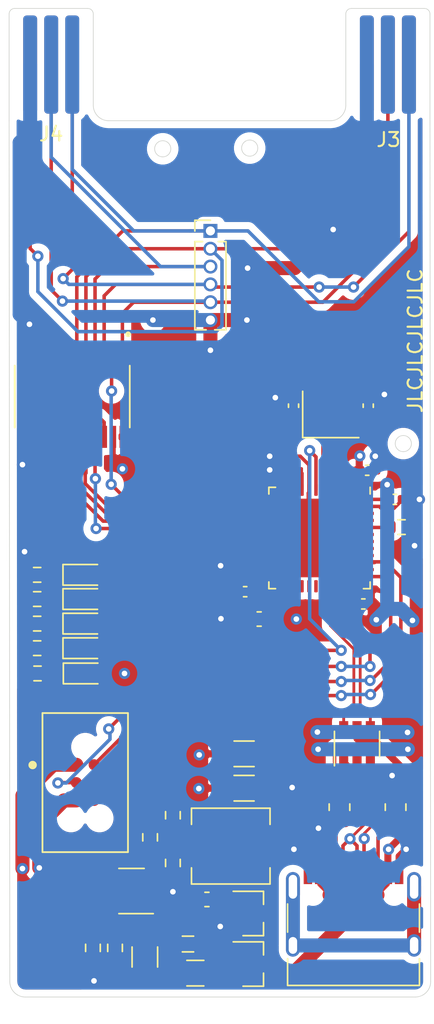
<source format=kicad_pcb>
(kicad_pcb (version 20171130) (host pcbnew 5.1.10)
  (layers (0 F.Cu signal) (31 B.Cu signal) (34 B.Paste user) (35 F.Paste user) (36 B.SilkS user) (37 F.SilkS user) (38 B.Mask user) (39 F.Mask user) (44 Edge.Cuts user))
  (net 0 "")
  (net 1 GND)
  (net 2 "Net-(C1-Pad1)")
  (net 3 "Net-(C2-Pad1)")
  (net 4 +3V3)
  (net 5 BUCK_IN)
  (net 6 HSE_OUT)
  (net 7 "Net-(C12-Pad1)")
  (net 8 BUCK_BST)
  (net 9 BUCK_SW)
  (net 10 STATUS_CK)
  (net 11 "Net-(D1-Pad1)")
  (net 12 "Net-(D2-Pad1)")
  (net 13 STATUS_SO)
  (net 14 STATUS_SI)
  (net 15 "Net-(D3-Pad1)")
  (net 16 "Net-(D4-Pad1)")
  (net 17 STATUS_SD)
  (net 18 +5V)
  (net 19 "Net-(D5-Pad1)")
  (net 20 "Net-(D7-Pad1)")
  (net 21 "Net-(F1-Pad2)")
  (net 22 "Net-(J1-PadS1)")
  (net 23 USB_CONN_D+)
  (net 24 "Net-(J1-PadB5)")
  (net 25 USB_CONN_D-)
  (net 26 "Net-(J1-PadA5)")
  (net 27 EDGE_SO)
  (net 28 EDGE_SI)
  (net 29 EDGE_VDD)
  (net 30 EDGE_SD)
  (net 31 EDGE_SC)
  (net 32 SWO)
  (net 33 SWCLK)
  (net 34 NRST)
  (net 35 SWDIO)
  (net 36 "Net-(R5-Pad1)")
  (net 37 BUCK_FB)
  (net 38 "Net-(R10-Pad1)")
  (net 39 HSE_IN)
  (net 40 BUCK_EN)
  (net 41 DIR)
  (net 42 SPI1_NSS)
  (net 43 SPI1_MISO)
  (net 44 SPI1_MOSI)
  (net 45 SPI1_SCK)
  (net 46 USB_D+)
  (net 47 USB_D-)
  (module SN74LVC4245APWR:SOP65P640X120-24N (layer F.Cu) (at 24.4 55.3 270)
    (fp_text reference U1)
    (fp_text value SN74LVC4245APWR)
    (pad 1 smd rect (at -2.87 -3.575 270) (size 1.57 0.41) (layers F.Cu F.Paste F.Mask) (net 29 EDGE_VDD))
    (pad 2 smd rect (at -2.87 -2.925 270) (size 1.57 0.41) (layers F.Cu F.Paste F.Mask) (net 41 DIR))
    (pad 3 smd rect (at -2.87 -2.275 270) (size 1.57 0.41) (layers F.Cu F.Paste F.Mask) (net 28 EDGE_SI))
    (pad 4 smd rect (at -2.87 -1.625 270) (size 1.57 0.41) (layers F.Cu F.Paste F.Mask) (net 30 EDGE_SD))
    (pad 5 smd rect (at -2.87 -0.975 270) (size 1.57 0.41) (layers F.Cu F.Paste F.Mask) (net 31 EDGE_SC))
    (pad 6 smd rect (at -2.87 -0.325 270) (size 1.57 0.41) (layers F.Cu F.Paste F.Mask) (net 27 EDGE_SO))
    (pad 7 smd rect (at -2.87 0.325 270) (size 1.57 0.41) (layers F.Cu F.Paste F.Mask))
    (pad 8 smd rect (at -2.87 0.975 270) (size 1.57 0.41) (layers F.Cu F.Paste F.Mask))
    (pad 9 smd rect (at -2.87 1.625 270) (size 1.57 0.41) (layers F.Cu F.Paste F.Mask))
    (pad 10 smd rect (at -2.87 2.275 270) (size 1.57 0.41) (layers F.Cu F.Paste F.Mask))
    (pad 11 smd rect (at -2.87 2.925 270) (size 1.57 0.41) (layers F.Cu F.Paste F.Mask) (net 1 GND))
    (pad 12 smd rect (at -2.87 3.575 270) (size 1.57 0.41) (layers F.Cu F.Paste F.Mask) (net 1 GND))
    (pad 13 smd rect (at 2.87 3.575 270) (size 1.57 0.41) (layers F.Cu F.Paste F.Mask) (net 1 GND))
    (pad 14 smd rect (at 2.87 2.925 270) (size 1.57 0.41) (layers F.Cu F.Paste F.Mask))
    (pad 15 smd rect (at 2.87 2.275 270) (size 1.57 0.41) (layers F.Cu F.Paste F.Mask))
    (pad 16 smd rect (at 2.87 1.625 270) (size 1.57 0.41) (layers F.Cu F.Paste F.Mask))
    (pad 17 smd rect (at 2.87 0.975 270) (size 1.57 0.41) (layers F.Cu F.Paste F.Mask))
    (pad 18 smd rect (at 2.87 0.325 270) (size 1.57 0.41) (layers F.Cu F.Paste F.Mask) (net 43 SPI1_MISO))
    (pad 19 smd rect (at 2.87 -0.325 270) (size 1.57 0.41) (layers F.Cu F.Paste F.Mask) (net 45 SPI1_SCK))
    (pad 20 smd rect (at 2.87 -0.975 270) (size 1.57 0.41) (layers F.Cu F.Paste F.Mask) (net 42 SPI1_NSS))
    (pad 21 smd rect (at 2.87 -1.625 270) (size 1.57 0.41) (layers F.Cu F.Paste F.Mask) (net 44 SPI1_MOSI))
    (pad 22 smd rect (at 2.87 -2.275 270) (size 1.57 0.41) (layers F.Cu F.Paste F.Mask) (net 1 GND))
    (pad 23 smd rect (at 2.87 -2.925 270) (size 1.57 0.41) (layers F.Cu F.Paste F.Mask) (net 4 +3V3))
    (pad 24 smd rect (at 2.87 -3.575 270) (size 1.57 0.41) (layers F.Cu F.Paste F.Mask) (net 4 +3V3))
  )
  (module Capacitor_SMD:C_0603_1608Metric (layer F.Cu) (at 37.725 71.15 180)
    (fp_text reference C3)
    (fp_text value 4u7)
    (pad 2 smd roundrect (at 0.775 0 180) (size 0.9 0.95) (layers F.Cu F.Paste F.Mask) (net 1 GND))
    (pad 1 smd roundrect (at -0.775 0 180) (size 0.9 0.95) (layers F.Cu F.Paste F.Mask) (net 4 +3V3))
  )
  (module Capacitor_SMD:C_0201_0603Metric_Pad0.64x0.40mm_HandSolder (layer F.Cu) (at 36.875 67.225 180)
    (fp_text reference C1)
    (fp_text value 2.2u)
    (pad 2 smd roundrect (at 0.4075 0 180) (size 0.635 0.4) (layers F.Cu F.Mask) (net 1 GND))
    (pad 1 smd roundrect (at -0.4075 0 180) (size 0.635 0.4) (layers F.Cu F.Mask) (net 2 "Net-(C1-Pad1)"))
  )
  (module Capacitor_SMD:C_0201_0603Metric_Pad0.64x0.40mm_HandSolder (layer F.Cu) (at 40.125 60.525 180)
    (fp_text reference C2)
    (fp_text value 2.2u)
    (pad 1 smd roundrect (at -0.4075 0 180) (size 0.635 0.4) (layers F.Cu F.Mask) (net 3 "Net-(C2-Pad1)"))
    (pad 2 smd roundrect (at 0.4075 0 180) (size 0.635 0.4) (layers F.Cu F.Mask) (net 1 GND))
  )
  (module Capacitor_SMD:C_0402_1005Metric_Pad0.74x0.62mm_HandSolder (layer F.Cu) (at 47.4 62.625)
    (fp_text reference C4)
    (fp_text value 100n)
    (pad 1 smd roundrect (at -0.5675 0) (size 0.735 0.62) (layers F.Cu F.Paste F.Mask) (net 4 +3V3))
    (pad 2 smd roundrect (at 0.5675 0) (size 0.735 0.62) (layers F.Cu F.Paste F.Mask) (net 1 GND))
  )
  (module Capacitor_SMD:C_1206_3216Metric (layer F.Cu) (at 36.65 83.2)
    (fp_text reference C5)
    (fp_text value 10u)
    (pad 2 smd roundrect (at 1.475 0) (size 1.15 1.8) (layers F.Cu F.Paste F.Mask) (roundrect_rratio 0.2173904347826087) (net 1 GND))
    (pad 1 smd roundrect (at -1.475 0) (size 1.15 1.8) (layers F.Cu F.Paste F.Mask) (roundrect_rratio 0.2173904347826087) (net 4 +3V3))
  )
  (module Capacitor_SMD:C_0402_1005Metric_Pad0.74x0.62mm_HandSolder (layer F.Cu) (at 45.15 70.075 180)
    (fp_text reference C6)
    (fp_text value 100n)
    (pad 1 smd roundrect (at -0.5675 0 180) (size 0.735 0.62) (layers F.Cu F.Paste F.Mask) (net 4 +3V3))
    (pad 2 smd roundrect (at 0.5675 0 180) (size 0.735 0.62) (layers F.Cu F.Paste F.Mask) (net 1 GND))
  )
  (module Capacitor_SMD:C_1206_3216Metric (layer F.Cu) (at 29.575 95.225 270)
    (fp_text reference C7)
    (fp_text value 10u)
    (pad 1 smd roundrect (at -1.475 0 270) (size 1.15 1.8) (layers F.Cu F.Paste F.Mask) (roundrect_rratio 0.2173904347826087) (net 5 BUCK_IN))
    (pad 2 smd roundrect (at 1.475 0 270) (size 1.15 1.8) (layers F.Cu F.Paste F.Mask) (roundrect_rratio 0.2173904347826087) (net 1 GND))
  )
  (module Capacitor_SMD:C_0402_1005Metric_Pad0.74x0.62mm_HandSolder (layer F.Cu) (at 40.175 55.95 90)
    (fp_text reference C8)
    (fp_text value 12p)
    (pad 2 smd roundrect (at 0.5675 0 90) (size 0.735 0.62) (layers F.Cu F.Paste F.Mask) (net 1 GND))
    (pad 1 smd roundrect (at -0.5675 0 90) (size 0.735 0.62) (layers F.Cu F.Paste F.Mask) (net 6 HSE_OUT))
  )
  (module Capacitor_SMD:C_1206_3216Metric (layer F.Cu) (at 36.65 80.75)
    (fp_text reference C9)
    (fp_text value 10u)
    (pad 1 smd roundrect (at -1.475 0) (size 1.15 1.8) (layers F.Cu F.Paste F.Mask) (roundrect_rratio 0.2173904347826087) (net 4 +3V3))
    (pad 2 smd roundrect (at 1.475 0) (size 1.15 1.8) (layers F.Cu F.Paste F.Mask) (roundrect_rratio 0.2173904347826087) (net 1 GND))
  )
  (module Capacitor_SMD:C_0402_1005Metric_Pad0.74x0.62mm_HandSolder (layer F.Cu) (at 45.425 60.55)
    (fp_text reference C10)
    (fp_text value 100n)
    (pad 2 smd roundrect (at 0.5675 0) (size 0.735 0.62) (layers F.Cu F.Paste F.Mask) (net 1 GND))
    (pad 1 smd roundrect (at -0.5675 0) (size 0.735 0.62) (layers F.Cu F.Paste F.Mask) (net 4 +3V3))
  )
  (module Capacitor_SMD:C_0402_1005Metric_Pad0.74x0.62mm_HandSolder (layer F.Cu) (at 36.725 69.2 180)
    (fp_text reference C11)
    (fp_text value 100n)
    (pad 1 smd roundrect (at -0.5675 0 180) (size 0.735 0.62) (layers F.Cu F.Paste F.Mask) (net 4 +3V3))
    (pad 2 smd roundrect (at 0.5675 0 180) (size 0.735 0.62) (layers F.Cu F.Paste F.Mask) (net 1 GND))
  )
  (module Capacitor_SMD:C_0402_1005Metric_Pad0.74x0.62mm_HandSolder (layer F.Cu) (at 45.5 55.95 270)
    (fp_text reference C12)
    (fp_text value 12p)
    (pad 1 smd roundrect (at -0.5675 0 270) (size 0.735 0.62) (layers F.Cu F.Paste F.Mask) (net 7 "Net-(C12-Pad1)"))
    (pad 2 smd roundrect (at 0.5675 0 270) (size 0.735 0.62) (layers F.Cu F.Paste F.Mask) (net 1 GND))
  )
  (module Capacitor_SMD:C_0603_1608Metric (layer F.Cu) (at 34 91.125)
    (fp_text reference C16)
    (fp_text value 10n)
    (pad 1 smd roundrect (at -0.775 0) (size 0.9 0.95) (layers F.Cu F.Paste F.Mask) (net 8 BUCK_BST))
    (pad 2 smd roundrect (at 0.775 0) (size 0.9 0.95) (layers F.Cu F.Paste F.Mask) (net 9 BUCK_SW))
  )
  (module LED_SMD:LED_0603_1608Metric_Pad1.05x0.95mm_HandSolder (layer F.Cu) (at 25.4 69.725)
    (fp_text reference D1)
    (fp_text value BLUE)
    (pad 1 smd roundrect (at -0.875 0) (size 1.05 0.95) (layers F.Cu F.Paste F.Mask) (net 11 "Net-(D1-Pad1)"))
    (pad 2 smd roundrect (at 0.875 0) (size 1.05 0.95) (layers F.Cu F.Paste F.Mask) (net 10 STATUS_CK))
  )
  (module LED_SMD:LED_0603_1608Metric_Pad1.05x0.95mm_HandSolder (layer F.Cu) (at 25.4 71.475)
    (fp_text reference D2)
    (fp_text value BLUE)
    (pad 2 smd roundrect (at 0.875 0) (size 1.05 0.95) (layers F.Cu F.Paste F.Mask) (net 13 STATUS_SO))
    (pad 1 smd roundrect (at -0.875 0) (size 1.05 0.95) (layers F.Cu F.Paste F.Mask) (net 12 "Net-(D2-Pad1)"))
  )
  (module LED_SMD:LED_0603_1608Metric_Pad1.05x0.95mm_HandSolder (layer F.Cu) (at 25.4 73.225)
    (fp_text reference D3)
    (fp_text value BLUE)
    (pad 2 smd roundrect (at 0.875 0) (size 1.05 0.95) (layers F.Cu F.Paste F.Mask) (net 14 STATUS_SI))
    (pad 1 smd roundrect (at -0.875 0) (size 1.05 0.95) (layers F.Cu F.Paste F.Mask) (net 15 "Net-(D3-Pad1)"))
  )
  (module LED_SMD:LED_0603_1608Metric_Pad1.05x0.95mm_HandSolder (layer F.Cu) (at 25.4 68)
    (fp_text reference D4)
    (fp_text value BLUE)
    (pad 1 smd roundrect (at -0.875 0) (size 1.05 0.95) (layers F.Cu F.Paste F.Mask) (net 16 "Net-(D4-Pad1)"))
    (pad 2 smd roundrect (at 0.875 0) (size 1.05 0.95) (layers F.Cu F.Paste F.Mask) (net 17 STATUS_SD))
  )
  (module Package_TO_SOT_SMD:SOT-23 (layer F.Cu) (at 37.275 95.725)
    (fp_text reference D5)
    (fp_text value 1N5819HW-7-F)
    (pad 1 smd rect (at -1 -0.95) (size 0.9 0.8) (layers F.Cu F.Paste F.Mask) (net 19 "Net-(D5-Pad1)"))
    (pad 2 smd rect (at -1 0.95) (size 0.9 0.8) (layers F.Cu F.Paste F.Mask) (net 18 +5V))
    (pad 3 smd rect (at 1 0) (size 0.9 0.8) (layers F.Cu F.Paste F.Mask))
  )
  (module Package_TO_SOT_SMD:SOT-23 (layer F.Cu) (at 37.275 92.125)
    (fp_text reference D6)
    (fp_text value 1N5819HW-7-F)
    (pad 3 smd rect (at 1 0) (size 0.9 0.8) (layers F.Cu F.Paste F.Mask))
    (pad 2 smd rect (at -1 0.95) (size 0.9 0.8) (layers F.Cu F.Paste F.Mask) (net 1 GND))
    (pad 1 smd rect (at -1 -0.95) (size 0.9 0.8) (layers F.Cu F.Paste F.Mask) (net 9 BUCK_SW))
  )
  (module LED_SMD:LED_0603_1608Metric_Pad1.05x0.95mm_HandSolder (layer F.Cu) (at 25.425 75.025)
    (fp_text reference D7)
    (fp_text value RED)
    (pad 1 smd roundrect (at -0.875 0) (size 1.05 0.95) (layers F.Cu F.Paste F.Mask) (net 20 "Net-(D7-Pad1)"))
    (pad 2 smd roundrect (at 0.875 0) (size 1.05 0.95) (layers F.Cu F.Paste F.Mask) (net 4 +3V3))
  )
  (module Fuse:Fuse_1206_3216Metric (layer F.Cu) (at 33.175 96.375 180)
    (fp_text reference F1)
    (fp_text value 250mA)
    (pad 1 smd roundrect (at -1.4 0 180) (size 1.25 1.75) (layers F.Cu F.Paste F.Mask) (roundrect_rratio 0.2) (net 19 "Net-(D5-Pad1)"))
    (pad 2 smd roundrect (at 1.4 0 180) (size 1.25 1.75) (layers F.Cu F.Paste F.Mask) (roundrect_rratio 0.2) (net 21 "Net-(F1-Pad2)"))
  )
  (module Inductor_SMD:L_0805_2012Metric (layer F.Cu) (at 32.65 94.3 180)
    (fp_text reference FB1)
    (fp_text value "600 @ 600MHz")
    (pad 1 smd roundrect (at -1.0625 0 180) (size 0.875 1.2) (layers F.Cu F.Paste F.Mask) (net 21 "Net-(F1-Pad2)"))
    (pad 2 smd roundrect (at 1.0625 0 180) (size 0.875 1.2) (layers F.Cu F.Paste F.Mask) (net 5 BUCK_IN))
  )
  (module Connector_USB:USB_C_Receptacle_HRO_TYPE-C-31-M-12 (layer F.Cu) (at 44.45 93.35)
    (fp_text reference J1)
    (fp_text value USB_C_Receptacle_USB2.0)
    (pad S1 thru_hole oval (at 4.32 1.05) (size 1 1.6) (drill oval 0.6 1.2) (layers *.Cu *.Mask) (net 22 "Net-(J1-PadS1)"))
    (pad "" np_thru_hole circle (at 2.89 -2.6) (size 0.65 0.65) (drill 0.65) (layers *.Cu *.Mask))
    (pad S1 thru_hole oval (at -4.32 1.05) (size 1 1.6) (drill oval 0.6 1.2) (layers *.Cu *.Mask) (net 22 "Net-(J1-PadS1)"))
    (pad "" np_thru_hole circle (at -2.89 -2.6) (size 0.65 0.65) (drill 0.65) (layers *.Cu *.Mask))
    (pad S1 thru_hole oval (at -4.32 -3.13) (size 1 2.1) (drill oval 0.6 1.7) (layers *.Cu *.Mask) (net 22 "Net-(J1-PadS1)"))
    (pad S1 thru_hole oval (at 4.32 -3.13) (size 1 2.1) (drill oval 0.6 1.7) (layers *.Cu *.Mask) (net 22 "Net-(J1-PadS1)"))
    (pad A6 smd rect (at -0.25 -4.045) (size 0.3 1.45) (layers F.Cu F.Paste F.Mask) (net 23 USB_CONN_D+))
    (pad B5 smd rect (at 1.75 -4.045) (size 0.3 1.45) (layers F.Cu F.Paste F.Mask) (net 24 "Net-(J1-PadB5)"))
    (pad A8 smd rect (at 1.25 -4.045) (size 0.3 1.45) (layers F.Cu F.Paste F.Mask))
    (pad B6 smd rect (at 0.75 -4.045) (size 0.3 1.45) (layers F.Cu F.Paste F.Mask) (net 23 USB_CONN_D+))
    (pad A7 smd rect (at 0.25 -4.045) (size 0.3 1.45) (layers F.Cu F.Paste F.Mask) (net 25 USB_CONN_D-))
    (pad B7 smd rect (at -0.75 -4.045) (size 0.3 1.45) (layers F.Cu F.Paste F.Mask) (net 25 USB_CONN_D-))
    (pad A5 smd rect (at -1.25 -4.045) (size 0.3 1.45) (layers F.Cu F.Paste F.Mask) (net 26 "Net-(J1-PadA5)"))
    (pad B8 smd rect (at -1.75 -4.045) (size 0.3 1.45) (layers F.Cu F.Paste F.Mask))
    (pad A12 smd rect (at 3.25 -4.045) (size 0.6 1.45) (layers F.Cu F.Paste F.Mask) (net 1 GND))
    (pad B4 smd rect (at 2.45 -4.045) (size 0.6 1.45) (layers F.Cu F.Paste F.Mask) (net 18 +5V))
    (pad A4 smd rect (at -2.45 -4.045) (size 0.6 1.45) (layers F.Cu F.Paste F.Mask) (net 18 +5V))
    (pad A1 smd rect (at -3.25 -4.045) (size 0.6 1.45) (layers F.Cu F.Paste F.Mask) (net 1 GND))
    (pad B12 smd rect (at -3.25 -4.045) (size 0.6 1.45) (layers F.Cu F.Paste F.Mask) (net 1 GND))
    (pad B9 smd rect (at -2.45 -4.045) (size 0.6 1.45) (layers F.Cu F.Paste F.Mask) (net 18 +5V))
    (pad A9 smd rect (at 2.45 -4.045) (size 0.6 1.45) (layers F.Cu F.Paste F.Mask) (net 18 +5V))
    (pad B1 smd rect (at 3.25 -4.045) (size 0.6 1.45) (layers F.Cu F.Paste F.Mask) (net 1 GND))
  )
  (module Connector_PinHeader_1.27mm:PinHeader_1x06_P1.27mm_Vertical (layer F.Cu) (at 34.25 43.5)
    (fp_text reference J2)
    (fp_text value TEST_CONN)
    (pad 1 thru_hole rect (at 0 0) (size 1 1) (drill 0.65) (layers *.Cu *.Mask) (net 27 EDGE_SO))
    (pad 2 thru_hole oval (at 0 1.27) (size 1 1) (drill 0.65) (layers *.Cu *.Mask) (net 31 EDGE_SC))
    (pad 3 thru_hole oval (at 0 2.54) (size 1 1) (drill 0.65) (layers *.Cu *.Mask) (net 30 EDGE_SD))
    (pad 4 thru_hole oval (at 0 3.81) (size 1 1) (drill 0.65) (layers *.Cu *.Mask) (net 28 EDGE_SI))
    (pad 5 thru_hole oval (at 0 5.08) (size 1 1) (drill 0.65) (layers *.Cu *.Mask) (net 29 EDGE_VDD))
    (pad 6 thru_hole oval (at 0 6.35) (size 1 1) (drill 0.65) (layers *.Cu *.Mask) (net 1 GND))
  )
  (module LinkMeBaby:GBA (layer F.Cu) (at 46.9 31.65 180)
    (fp_text reference J3 (at -0.05 -5.35) (layer F.SilkS))
    (fp_text value GBC)
    (pad 6 smd roundrect (at 1.5 0 180) (size 1 7) (layers B.Cu B.Paste B.Mask) (net 1 GND))
    (pad 5 smd roundrect (at 1.5 0 180) (size 1 7) (layers F.Cu F.Paste F.Mask) (net 31 EDGE_SC))
    (pad 4 smd roundrect (at 0 0 180) (size 1 7) (layers B.Cu B.Paste B.Mask))
    (pad 1 smd roundrect (at 0 0 180) (size 1 7) (layers F.Cu F.Paste F.Mask) (net 29 EDGE_VDD))
    (pad 3 smd roundrect (at -1.5 0 180) (size 1 7) (layers F.Cu F.Paste F.Mask) (net 28 EDGE_SI))
    (pad 2 smd roundrect (at -1.5 0 180) (size 1 7) (layers B.Cu B.Paste B.Mask) (net 27 EDGE_SO))
  )
  (module LinkMeBaby:GBA (layer F.Cu) (at 22.9 31.65 180)
    (fp_text reference J4 (at 0 -4.95) (layer F.SilkS))
    (fp_text value GBA)
    (pad 2 smd roundrect (at -1.5 0 180) (size 1 7) (layers B.Cu B.Paste B.Mask) (net 27 EDGE_SO))
    (pad 3 smd roundrect (at -1.5 0 180) (size 1 7) (layers F.Cu F.Paste F.Mask) (net 28 EDGE_SI))
    (pad 1 smd roundrect (at 0 0 180) (size 1 7) (layers F.Cu F.Paste F.Mask) (net 29 EDGE_VDD))
    (pad 4 smd roundrect (at 0 0 180) (size 1 7) (layers B.Cu B.Paste B.Mask) (net 30 EDGE_SD))
    (pad 5 smd roundrect (at 1.5 0 180) (size 1 7) (layers F.Cu F.Paste F.Mask) (net 31 EDGE_SC))
    (pad 6 smd roundrect (at 1.5 0 180) (size 1 7) (layers B.Cu B.Paste B.Mask) (net 1 GND))
  )
  (module LinkMeBaby:TAG_TC2030-IDC-NL (layer F.Cu) (at 25.325 82.8 270)
    (fp_text reference J5)
    (fp_text value TC2030-IDC-NL)
    (pad 6 smd circle (at 1.27 -0.635 270) (size 0.787 0.787) (layers F.Cu F.Mask) (net 32 SWO))
    (pad 5 smd circle (at 1.27 0.635 270) (size 0.787 0.787) (layers F.Cu F.Mask) (net 1 GND))
    (pad 4 smd circle (at 0 -0.635 270) (size 0.787 0.787) (layers F.Cu F.Mask) (net 33 SWCLK))
    (pad 3 smd circle (at 0 0.635 270) (size 0.787 0.787) (layers F.Cu F.Mask) (net 34 NRST))
    (pad 2 smd circle (at -1.27 -0.635 270) (size 0.787 0.787) (layers F.Cu F.Mask) (net 35 SWDIO))
    (pad 1 smd circle (at -1.27 0.635 270) (size 0.787 0.787) (layers F.Cu F.Mask) (net 4 +3V3))
    (pad None np_thru_hole circle (at 2.54 1.016 270) (size 0.991 0.991) (drill 0.991) (layers *.Cu *.Mask))
    (pad None np_thru_hole circle (at 2.54 -1.016 270) (size 0.991 0.991) (drill 0.991) (layers *.Cu *.Mask))
    (pad None np_thru_hole circle (at -2.54 0 270) (size 0.991 0.991) (drill 0.991) (layers *.Cu *.Mask))
  )
  (module Inductor_SMD:L_Sunlord_MWSA0518_5.4x5.2mm (layer F.Cu) (at 35.7 87.325 180)
    (fp_text reference L1)
    (fp_text value 10u)
    (pad 1 smd rect (at -2.05 0 180) (size 1.9 2.5) (layers F.Cu F.Paste F.Mask) (net 9 BUCK_SW))
    (pad 2 smd rect (at 2.05 0 180) (size 1.9 2.5) (layers F.Cu F.Paste F.Mask) (net 4 +3V3))
  )
  (module Resistor_SMD:R_0805_2012Metric (layer F.Cu) (at 43.45 84.55 90)
    (fp_text reference R1)
    (fp_text value 5k11)
    (pad 1 smd roundrect (at -0.9125 0 90) (size 1.025 1.4) (layers F.Cu F.Paste F.Mask) (roundrect_rratio 0.2439004878048781) (net 26 "Net-(J1-PadA5)"))
    (pad 2 smd roundrect (at 0.9125 0 90) (size 1.025 1.4) (layers F.Cu F.Paste F.Mask) (roundrect_rratio 0.2439004878048781) (net 1 GND))
  )
  (module Resistor_SMD:R_0805_2012Metric (layer F.Cu) (at 47.45 84.55 90)
    (fp_text reference R2)
    (fp_text value 5k11)
    (pad 2 smd roundrect (at 0.9125 0 90) (size 1.025 1.4) (layers F.Cu F.Paste F.Mask) (roundrect_rratio 0.2439004878048781) (net 1 GND))
    (pad 1 smd roundrect (at -0.9125 0 90) (size 1.025 1.4) (layers F.Cu F.Paste F.Mask) (roundrect_rratio 0.2439004878048781) (net 24 "Net-(J1-PadB5)"))
  )
  (module Resistor_SMD:R_0603_1608Metric_Pad0.98x0.95mm_HandSolder (layer F.Cu) (at 21.9 69.725)
    (fp_text reference R3)
    (fp_text value 1k5)
    (pad 2 smd roundrect (at 0.9125 0) (size 0.975 0.95) (layers F.Cu F.Paste F.Mask) (net 11 "Net-(D1-Pad1)"))
    (pad 1 smd roundrect (at -0.9125 0) (size 0.975 0.95) (layers F.Cu F.Paste F.Mask) (net 1 GND))
  )
  (module Resistor_SMD:R_0603_1608Metric_Pad0.98x0.95mm_HandSolder (layer F.Cu) (at 21.9 71.475)
    (fp_text reference R4)
    (fp_text value 1k5)
    (pad 1 smd roundrect (at -0.9125 0) (size 0.975 0.95) (layers F.Cu F.Paste F.Mask) (net 1 GND))
    (pad 2 smd roundrect (at 0.9125 0) (size 0.975 0.95) (layers F.Cu F.Paste F.Mask) (net 12 "Net-(D2-Pad1)"))
  )
  (module Resistor_SMD:R_0603_1608Metric_Pad0.98x0.95mm_HandSolder (layer F.Cu) (at 47.875 64.6)
    (fp_text reference R5)
    (fp_text value 10k)
    (pad 2 smd roundrect (at 0.9125 0) (size 0.975 0.95) (layers F.Cu F.Paste F.Mask) (net 1 GND))
    (pad 1 smd roundrect (at -0.9125 0) (size 0.975 0.95) (layers F.Cu F.Paste F.Mask) (net 36 "Net-(R5-Pad1)"))
  )
  (module Resistor_SMD:R_0603_1608Metric_Pad0.98x0.95mm_HandSolder (layer F.Cu) (at 21.9 73.225)
    (fp_text reference R6)
    (fp_text value 1k5)
    (pad 2 smd roundrect (at 0.9125 0) (size 0.975 0.95) (layers F.Cu F.Paste F.Mask) (net 15 "Net-(D3-Pad1)"))
    (pad 1 smd roundrect (at -0.9125 0) (size 0.975 0.95) (layers F.Cu F.Paste F.Mask) (net 1 GND))
  )
  (module Resistor_SMD:R_0603_1608Metric_Pad0.98x0.95mm_HandSolder (layer F.Cu) (at 21.9 68)
    (fp_text reference R7)
    (fp_text value 1k5)
    (pad 1 smd roundrect (at -0.9125 0) (size 0.975 0.95) (layers F.Cu F.Paste F.Mask) (net 1 GND))
    (pad 2 smd roundrect (at 0.9125 0) (size 0.975 0.95) (layers F.Cu F.Paste F.Mask) (net 16 "Net-(D4-Pad1)"))
  )
  (module Resistor_SMD:R_0603_1608Metric_Pad0.98x0.95mm_HandSolder (layer F.Cu) (at 31.575 85.125 270)
    (fp_text reference R8)
    (fp_text value 47k)
    (pad 1 smd roundrect (at -0.9125 0 270) (size 0.975 0.95) (layers F.Cu F.Paste F.Mask) (net 4 +3V3))
    (pad 2 smd roundrect (at 0.9125 0 270) (size 0.975 0.95) (layers F.Cu F.Paste F.Mask) (net 37 BUCK_FB))
  )
  (module Resistor_SMD:R_0603_1608Metric_Pad0.98x0.95mm_HandSolder (layer F.Cu) (at 29.95 86.7 270)
    (fp_text reference R9)
    (fp_text value 15k)
    (pad 2 smd roundrect (at 0.9125 0 270) (size 0.975 0.95) (layers F.Cu F.Paste F.Mask) (net 38 "Net-(R10-Pad1)"))
    (pad 1 smd roundrect (at -0.9125 0 270) (size 0.975 0.95) (layers F.Cu F.Paste F.Mask) (net 37 BUCK_FB))
  )
  (module Resistor_SMD:R_0603_1608Metric_Pad0.98x0.95mm_HandSolder (layer F.Cu) (at 31.575 88.525 270)
    (fp_text reference R10)
    (fp_text value 270)
    (pad 1 smd roundrect (at -0.9125 0 270) (size 0.975 0.95) (layers F.Cu F.Paste F.Mask) (net 38 "Net-(R10-Pad1)"))
    (pad 2 smd roundrect (at 0.9125 0 270) (size 0.975 0.95) (layers F.Cu F.Paste F.Mask) (net 1 GND))
  )
  (module Resistor_SMD:R_01005_0402Metric_Pad0.57x0.30mm_HandSolder (layer F.Cu) (at 42.85 59.15 90)
    (fp_text reference R11)
    (fp_text value 47)
    (pad 1 smd roundrect (at -0.3375 0 90) (size 0.575 0.3) (layers F.Cu F.Mask) (net 39 HSE_IN))
    (pad 2 smd roundrect (at 0.3375 0 90) (size 0.575 0.3) (layers F.Cu F.Mask) (net 7 "Net-(C12-Pad1)"))
  )
  (module Resistor_SMD:R_0603_1608Metric_Pad0.98x0.95mm_HandSolder (layer F.Cu) (at 25.875 94.575 270)
    (fp_text reference R12)
    (fp_text value 100k)
    (pad 1 smd roundrect (at -0.9125 0 270) (size 0.975 0.95) (layers F.Cu F.Paste F.Mask) (net 5 BUCK_IN))
    (pad 2 smd roundrect (at 0.9125 0 270) (size 0.975 0.95) (layers F.Cu F.Paste F.Mask) (net 40 BUCK_EN))
  )
  (module Resistor_SMD:R_0603_1608Metric_Pad0.98x0.95mm_HandSolder (layer F.Cu) (at 27.45 94.575 270)
    (fp_text reference R13)
    (fp_text value 68k)
    (pad 2 smd roundrect (at 0.9125 0 270) (size 0.975 0.95) (layers F.Cu F.Paste F.Mask) (net 1 GND))
    (pad 1 smd roundrect (at -0.9125 0 270) (size 0.975 0.95) (layers F.Cu F.Paste F.Mask) (net 40 BUCK_EN))
  )
  (module Resistor_SMD:R_0603_1608Metric_Pad0.98x0.95mm_HandSolder (layer F.Cu) (at 21.925 75.025 180)
    (fp_text reference R14)
    (fp_text value 1k)
    (pad 1 smd roundrect (at -0.9125 0 180) (size 0.975 0.95) (layers F.Cu F.Paste F.Mask) (net 20 "Net-(D7-Pad1)"))
    (pad 2 smd roundrect (at 0.9125 0 180) (size 0.975 0.95) (layers F.Cu F.Paste F.Mask) (net 1 GND))
  )
  (module Package_TO_SOT_SMD:SOT-23-6 (layer F.Cu) (at 44.7 80.05 90)
    (fp_text reference U2)
    (fp_text value USBLC6-2SC6)
    (pad 1 smd rect (at -1.1 -0.95 90) (size 1.06 0.65) (layers F.Cu F.Paste F.Mask) (net 25 USB_CONN_D-))
    (pad 2 smd rect (at -1.1 0 90) (size 1.06 0.65) (layers F.Cu F.Paste F.Mask) (net 1 GND))
    (pad 3 smd rect (at -1.1 0.95 90) (size 1.06 0.65) (layers F.Cu F.Paste F.Mask) (net 23 USB_CONN_D+))
    (pad 4 smd rect (at 1.1 0.95 90) (size 1.06 0.65) (layers F.Cu F.Paste F.Mask) (net 46 USB_D+))
    (pad 6 smd rect (at 1.1 -0.95 90) (size 1.06 0.65) (layers F.Cu F.Paste F.Mask) (net 47 USB_D-))
    (pad 5 smd rect (at 1.1 0 90) (size 1.06 0.65) (layers F.Cu F.Paste F.Mask) (net 18 +5V))
  )
  (module Package_TO_SOT_SMD:SOT-23-6 (layer F.Cu) (at 28.625 90.525 180)
    (fp_text reference U4)
    (fp_text value LMR14006YDDCR)
    (pad 5 smd rect (at 1.1 0 180) (size 1.06 0.65) (layers F.Cu F.Paste F.Mask) (net 5 BUCK_IN))
    (pad 6 smd rect (at 1.1 -0.95 180) (size 1.06 0.65) (layers F.Cu F.Paste F.Mask) (net 40 BUCK_EN))
    (pad 4 smd rect (at 1.1 0.95 180) (size 1.06 0.65) (layers F.Cu F.Paste F.Mask))
    (pad 3 smd rect (at -1.1 0.95 180) (size 1.06 0.65) (layers F.Cu F.Paste F.Mask) (net 37 BUCK_FB))
    (pad 2 smd rect (at -1.1 0 180) (size 1.06 0.65) (layers F.Cu F.Paste F.Mask) (net 1 GND))
    (pad 1 smd rect (at -1.1 -0.95 180) (size 1.06 0.65) (layers F.Cu F.Paste F.Mask) (net 8 BUCK_BST))
  )
  (module Crystal:Crystal_SMD_3225-4Pin_3.2x2.5mm (layer F.Cu) (at 42.825 56.575)
    (fp_text reference Y1)
    (fp_text value 16mhz)
    (pad 1 smd rect (at -1.1 0.85) (size 1.4 1.2) (layers F.Cu F.Paste F.Mask) (net 6 HSE_OUT))
    (pad 2 smd rect (at 1.1 0.85) (size 1.4 1.2) (layers F.Cu F.Paste F.Mask) (net 1 GND))
    (pad 3 smd rect (at 1.1 -0.85) (size 1.4 1.2) (layers F.Cu F.Paste F.Mask) (net 7 "Net-(C12-Pad1)"))
    (pad 4 smd rect (at -1.1 -0.85) (size 1.4 1.2) (layers F.Cu F.Paste F.Mask) (net 1 GND))
  )
  (module Package_DFN_QFN:QFN-48-1EP_7x7mm_P0.5mm_EP5.6x5.6mm (layer F.Cu) (at 42.025 65.375 270)
    (fp_text reference U3)
    (fp_text value STM32F401CBUx)
    (pad 1 smd roundrect (at -3.4375 -2.75 270) (size 0.875 0.25) (layers F.Cu F.Paste F.Mask) (net 4 +3V3))
    (pad 2 smd roundrect (at -3.4375 -2.25 270) (size 0.875 0.25) (layers F.Cu F.Paste F.Mask))
    (pad 3 smd roundrect (at -3.4375 -1.75 270) (size 0.875 0.25) (layers F.Cu F.Paste F.Mask))
    (pad 4 smd roundrect (at -3.4375 -1.25 270) (size 0.875 0.25) (layers F.Cu F.Paste F.Mask))
    (pad 5 smd roundrect (at -3.4375 -0.75 270) (size 0.875 0.25) (layers F.Cu F.Paste F.Mask) (net 39 HSE_IN))
    (pad 6 smd roundrect (at -3.4375 -0.25 270) (size 0.875 0.25) (layers F.Cu F.Paste F.Mask) (net 6 HSE_OUT))
    (pad 7 smd roundrect (at -3.4375 0.25 270) (size 0.875 0.25) (layers F.Cu F.Paste F.Mask) (net 34 NRST))
    (pad 8 smd roundrect (at -3.4375 0.75 270) (size 0.875 0.25) (layers F.Cu F.Paste F.Mask) (net 1 GND))
    (pad 9 smd roundrect (at -3.4375 1.25 270) (size 0.875 0.25) (layers F.Cu F.Paste F.Mask) (net 3 "Net-(C2-Pad1)"))
    (pad 10 smd roundrect (at -3.4375 1.75 270) (size 0.875 0.25) (layers F.Cu F.Paste F.Mask))
    (pad 11 smd roundrect (at -3.4375 2.25 270) (size 0.875 0.25) (layers F.Cu F.Paste F.Mask))
    (pad 12 smd roundrect (at -3.4375 2.75 270) (size 0.875 0.25) (layers F.Cu F.Paste F.Mask))
    (pad 13 smd roundrect (at -2.75 3.4375 270) (size 0.25 0.875) (layers F.Cu F.Paste F.Mask) (net 41 DIR))
    (pad 14 smd roundrect (at -2.25 3.4375 270) (size 0.25 0.875) (layers F.Cu F.Paste F.Mask) (net 42 SPI1_NSS))
    (pad 15 smd roundrect (at -1.75 3.4375 270) (size 0.25 0.875) (layers F.Cu F.Paste F.Mask) (net 45 SPI1_SCK))
    (pad 16 smd roundrect (at -1.25 3.4375 270) (size 0.25 0.875) (layers F.Cu F.Paste F.Mask) (net 43 SPI1_MISO))
    (pad 17 smd roundrect (at -0.75 3.4375 270) (size 0.25 0.875) (layers F.Cu F.Paste F.Mask) (net 44 SPI1_MOSI))
    (pad 18 smd roundrect (at -0.25 3.4375 270) (size 0.25 0.875) (layers F.Cu F.Paste F.Mask) (net 17 STATUS_SD))
    (pad 19 smd roundrect (at 0.25 3.4375 270) (size 0.25 0.875) (layers F.Cu F.Paste F.Mask) (net 10 STATUS_CK))
    (pad 20 smd roundrect (at 0.75 3.4375 270) (size 0.25 0.875) (layers F.Cu F.Paste F.Mask) (net 13 STATUS_SO))
    (pad 21 smd roundrect (at 1.25 3.4375 270) (size 0.25 0.875) (layers F.Cu F.Paste F.Mask) (net 14 STATUS_SI))
    (pad 22 smd roundrect (at 1.75 3.4375 270) (size 0.25 0.875) (layers F.Cu F.Paste F.Mask) (net 2 "Net-(C1-Pad1)"))
    (pad 23 smd roundrect (at 2.25 3.4375 270) (size 0.25 0.875) (layers F.Cu F.Paste F.Mask) (net 1 GND))
    (pad 24 smd roundrect (at 2.75 3.4375 270) (size 0.25 0.875) (layers F.Cu F.Paste F.Mask) (net 4 +3V3))
    (pad 25 smd roundrect (at 3.4375 2.75 270) (size 0.875 0.25) (layers F.Cu F.Paste F.Mask))
    (pad 26 smd roundrect (at 3.4375 2.25 270) (size 0.875 0.25) (layers F.Cu F.Paste F.Mask))
    (pad 27 smd roundrect (at 3.4375 1.75 270) (size 0.875 0.25) (layers F.Cu F.Paste F.Mask))
    (pad 28 smd roundrect (at 3.4375 1.25 270) (size 0.875 0.25) (layers F.Cu F.Paste F.Mask))
    (pad 29 smd roundrect (at 3.4375 0.75 270) (size 0.875 0.25) (layers F.Cu F.Paste F.Mask))
    (pad 30 smd roundrect (at 3.4375 0.25 270) (size 0.875 0.25) (layers F.Cu F.Paste F.Mask))
    (pad 31 smd roundrect (at 3.4375 -0.25 270) (size 0.875 0.25) (layers F.Cu F.Paste F.Mask))
    (pad 32 smd roundrect (at 3.4375 -0.75 270) (size 0.875 0.25) (layers F.Cu F.Paste F.Mask) (net 47 USB_D-))
    (pad 33 smd roundrect (at 3.4375 -1.25 270) (size 0.875 0.25) (layers F.Cu F.Paste F.Mask) (net 46 USB_D+))
    (pad 34 smd roundrect (at 3.4375 -1.75 270) (size 0.875 0.25) (layers F.Cu F.Paste F.Mask) (net 35 SWDIO))
    (pad 35 smd roundrect (at 3.4375 -2.25 270) (size 0.875 0.25) (layers F.Cu F.Paste F.Mask) (net 1 GND))
    (pad 36 smd roundrect (at 3.4375 -2.75 270) (size 0.875 0.25) (layers F.Cu F.Paste F.Mask) (net 4 +3V3))
    (pad 37 smd roundrect (at 2.75 -3.4375 270) (size 0.25 0.875) (layers F.Cu F.Paste F.Mask) (net 33 SWCLK))
    (pad 38 smd roundrect (at 2.25 -3.4375 270) (size 0.25 0.875) (layers F.Cu F.Paste F.Mask))
    (pad 39 smd roundrect (at 1.75 -3.4375 270) (size 0.25 0.875) (layers F.Cu F.Paste F.Mask) (net 32 SWO))
    (pad 40 smd roundrect (at 1.25 -3.4375 270) (size 0.25 0.875) (layers F.Cu F.Paste F.Mask))
    (pad 41 smd roundrect (at 0.75 -3.4375 270) (size 0.25 0.875) (layers F.Cu F.Paste F.Mask))
    (pad 42 smd roundrect (at 0.25 -3.4375 270) (size 0.25 0.875) (layers F.Cu F.Paste F.Mask))
    (pad 43 smd roundrect (at -0.25 -3.4375 270) (size 0.25 0.875) (layers F.Cu F.Paste F.Mask))
    (pad 44 smd roundrect (at -0.75 -3.4375 270) (size 0.25 0.875) (layers F.Cu F.Paste F.Mask) (net 36 "Net-(R5-Pad1)"))
    (pad 45 smd roundrect (at -1.25 -3.4375 270) (size 0.25 0.875) (layers F.Cu F.Paste F.Mask))
    (pad 46 smd roundrect (at -1.75 -3.4375 270) (size 0.25 0.875) (layers F.Cu F.Paste F.Mask))
    (pad 47 smd roundrect (at -2.25 -3.4375 270) (size 0.25 0.875) (layers F.Cu F.Paste F.Mask) (net 1 GND))
    (pad 48 smd roundrect (at -2.75 -3.4375 270) (size 0.25 0.875) (layers F.Cu F.Paste F.Mask) (net 4 +3V3))
    (pad 49 smd rect (at 0 0 270) (size 5.6 5.6) (layers F.Cu F.Mask) (net 1 GND))
  )
  (gr_text JLCJLCJLCJLC (at 48.85 51.325 90) (layer F.SilkS) (effects (font (size 1 1))))
  (gr_circle (center 37.05 37.6) (end 37.626 37.6) (layer Edge.Cuts) (width 0.05))
  (gr_circle (center 48 58.65) (end 48.576 58.65) (layer Edge.Cuts) (width 0.05))
  (gr_circle (center 30.85 37.65) (end 31.426 37.65) (layer Edge.Cuts) (width 0.05))
  (gr_arc (start 49.5 28.05) (end 49.9 28.05) (angle -90) (layer Edge.Cuts) (width 0.05))
  (gr_arc (start 44.3 28.05) (end 44.3 27.65) (angle -90) (layer Edge.Cuts) (width 0.05))
  (gr_arc (start 20.3 28.05) (end 20.3 27.65) (angle -90) (layer Edge.Cuts) (width 0.05))
  (gr_arc (start 25.5 28.05) (end 25.9 28.05) (angle -90) (layer Edge.Cuts) (width 0.05))
  (gr_arc (start 42.8 34.55) (end 42.8 35.65) (angle -90) (layer Edge.Cuts) (width 0.05))
  (gr_arc (start 27 34.55) (end 25.900001 34.55) (angle -90) (layer Edge.Cuts) (width 0.05))
  (gr_arc (start 21.05 96.975) (end 19.950001 96.975) (angle -90) (layer Edge.Cuts) (width 0.05))
  (gr_arc (start 48.85 96.975) (end 48.85 98.075) (angle -90) (layer Edge.Cuts) (width 0.05))
  (gr_line (start 19.950001 96.975) (end 19.9 35.65) (layer Edge.Cuts) (width 0.05))
  (gr_line (start 48.85 98.075) (end 21.05 98.074999) (layer Edge.Cuts) (width 0.05))
  (gr_line (start 49.9 35.65) (end 49.95 96.975) (layer Edge.Cuts) (width 0.05))
  (gr_line (start 49.9 28.05) (end 49.9 35.65) (layer Edge.Cuts) (width 0.05))
  (gr_line (start 44.3 27.65) (end 49.5 27.65) (layer Edge.Cuts) (width 0.05))
  (gr_line (start 43.9 34.55) (end 43.9 28.05) (layer Edge.Cuts) (width 0.05))
  (gr_line (start 27 35.649999) (end 42.8 35.65) (layer Edge.Cuts) (width 0.05))
  (gr_line (start 25.9 28.05) (end 25.900001 34.55) (layer Edge.Cuts) (width 0.05))
  (gr_line (start 20.3 27.65) (end 25.5 27.65) (layer Edge.Cuts) (width 0.05))
  (gr_line (start 19.9 35.65) (end 19.9 28.05) (layer Edge.Cuts) (width 0.05))
  (segment (start 43.099999 83.287499) (end 43.45 83.6375) (width 0.25) (layer F.Cu) (net 1))
  (via (at 41.95 86.05) (size 0.8) (drill 0.4) (layers F.Cu B.Cu) (net 1))
  (segment (start 41.95 85.1375) (end 41.95 86.05) (width 0.25) (layer F.Cu) (net 1))
  (segment (start 43.45 83.6375) (end 41.95 85.1375) (width 0.25) (layer F.Cu) (net 1))
  (via (at 48.2 87.55) (size 0.8) (drill 0.4) (layers F.Cu B.Cu) (net 1))
  (segment (start 47.7 88.05) (end 48.2 87.55) (width 0.5) (layer F.Cu) (net 1))
  (segment (start 47.7 89.305) (end 47.7 88.05) (width 0.5) (layer F.Cu) (net 1))
  (via (at 40.2 87.55) (size 0.8) (drill 0.4) (layers F.Cu B.Cu) (net 1))
  (segment (start 41.2 88.55) (end 40.2 87.55) (width 0.5) (layer F.Cu) (net 1))
  (segment (start 41.2 89.305) (end 41.2 88.55) (width 0.5) (layer F.Cu) (net 1))
  (segment (start 43.164999 80.294999) (end 43.099999 80.359999) (width 0.25) (layer F.Cu) (net 1))
  (segment (start 44.335001 80.294999) (end 43.164999 80.294999) (width 0.25) (layer F.Cu) (net 1))
  (segment (start 44.7 80.659998) (end 44.335001 80.294999) (width 0.25) (layer F.Cu) (net 1))
  (segment (start 44.7 81.15) (end 44.7 80.659998) (width 0.25) (layer F.Cu) (net 1))
  (via (at 47.2 82.3) (size 0.8) (drill 0.4) (layers F.Cu B.Cu) (net 1))
  (segment (start 47.45 82.55) (end 47.2 82.3) (width 0.25) (layer F.Cu) (net 1))
  (segment (start 47.45 83.6375) (end 47.45 82.55) (width 0.25) (layer F.Cu) (net 1))
  (segment (start 43.45 83.6375) (end 43.45 82.55) (width 0.25) (layer F.Cu) (net 1))
  (segment (start 43.099999 82.199999) (end 43.099999 80.359999) (width 0.25) (layer F.Cu) (net 1))
  (segment (start 43.45 82.55) (end 43.099999 82.199999) (width 0.25) (layer F.Cu) (net 1))
  (segment (start 41.3825 55.3825) (end 41.725 55.725) (width 0.25) (layer F.Cu) (net 1))
  (segment (start 40.175 55.3825) (end 41.3825 55.3825) (width 0.25) (layer F.Cu) (net 1))
  (segment (start 44.5925 57.425) (end 45.5 56.5175) (width 0.25) (layer F.Cu) (net 1))
  (segment (start 43.925 57.425) (end 44.5925 57.425) (width 0.25) (layer F.Cu) (net 1))
  (via (at 38.875 55.375) (size 0.8) (drill 0.4) (layers F.Cu B.Cu) (net 1))
  (segment (start 38.8825 55.3825) (end 38.875 55.375) (width 0.25) (layer F.Cu) (net 1))
  (segment (start 40.175 55.3825) (end 38.8825 55.3825) (width 0.25) (layer F.Cu) (net 1))
  (via (at 21.35 50.15) (size 0.8) (drill 0.4) (layers F.Cu B.Cu) (net 1))
  (segment (start 21.325 50.175) (end 21.35 50.15) (width 0.25) (layer F.Cu) (net 1))
  (segment (start 21.4 31.65) (end 21.4 36.45) (width 1) (layer B.Cu) (net 1))
  (segment (start 21.4 36.45) (end 20.65 37.2) (width 1) (layer B.Cu) (net 1))
  (segment (start 20.65 49.45) (end 21.35 50.15) (width 1) (layer B.Cu) (net 1))
  (segment (start 20.65 37.2) (end 20.65 49.45) (width 1) (layer B.Cu) (net 1))
  (segment (start 20.825 57.135) (end 21.21 56.75) (width 0.25) (layer F.Cu) (net 1))
  (segment (start 20.825 58.17) (end 20.825 57.135) (width 0.25) (layer F.Cu) (net 1))
  (segment (start 26.675 57.135) (end 26.675 58.17) (width 0.25) (layer F.Cu) (net 1))
  (segment (start 26.29 56.75) (end 26.675 57.135) (width 0.25) (layer F.Cu) (net 1))
  (segment (start 21.21 56.75) (end 26.29 56.75) (width 0.25) (layer F.Cu) (net 1))
  (via (at 20.85 60.15) (size 0.8) (drill 0.4) (layers F.Cu B.Cu) (net 1))
  (segment (start 20.825 60.125) (end 20.85 60.15) (width 0.25) (layer F.Cu) (net 1))
  (segment (start 20.825 58.17) (end 20.825 60.125) (width 0.25) (layer F.Cu) (net 1))
  (segment (start 21.475 52.43) (end 21.475 54.025) (width 0.25) (layer F.Cu) (net 1))
  (segment (start 20.825 54.675) (end 20.825 57.135) (width 0.25) (layer F.Cu) (net 1))
  (segment (start 21.475 54.025) (end 20.825 54.675) (width 0.25) (layer F.Cu) (net 1))
  (segment (start 20.825 52.43) (end 20.825 54.675) (width 0.25) (layer F.Cu) (net 1))
  (segment (start 21.475 52.43) (end 21.475 52.275) (width 0.25) (layer F.Cu) (net 1))
  (segment (start 21.35 52.15) (end 21.35 50.15) (width 0.25) (layer F.Cu) (net 1))
  (segment (start 21.475 52.275) (end 21.35 52.15) (width 0.25) (layer F.Cu) (net 1))
  (segment (start 20.825 50.675) (end 21.35 50.15) (width 0.25) (layer F.Cu) (net 1))
  (segment (start 20.825 52.43) (end 20.825 50.675) (width 0.25) (layer F.Cu) (net 1))
  (via (at 30.15 49.85) (size 0.8) (drill 0.4) (layers F.Cu B.Cu) (net 1))
  (segment (start 34.25 49.85) (end 30.15 49.85) (width 1) (layer B.Cu) (net 1))
  (via (at 34.25 52) (size 0.8) (drill 0.4) (layers F.Cu B.Cu) (net 1))
  (segment (start 34.25 49.85) (end 34.25 52) (width 1) (layer F.Cu) (net 1))
  (via (at 36.85 49.85) (size 0.8) (drill 0.4) (layers F.Cu B.Cu) (net 1))
  (segment (start 34.25 49.85) (end 36.85 49.85) (width 1) (layer F.Cu) (net 1))
  (via (at 36.9 46.15) (size 0.8) (drill 0.4) (layers F.Cu B.Cu) (net 1))
  (segment (start 36.85 46.2) (end 36.9 46.15) (width 1) (layer B.Cu) (net 1))
  (segment (start 36.85 49.85) (end 36.85 46.2) (width 1) (layer B.Cu) (net 1))
  (via (at 43 43.4) (size 0.8) (drill 0.4) (layers F.Cu B.Cu) (net 1))
  (segment (start 40.25 46.15) (end 43 43.4) (width 1) (layer F.Cu) (net 1))
  (segment (start 36.9 46.15) (end 40.25 46.15) (width 1) (layer F.Cu) (net 1))
  (segment (start 45.4 41) (end 43 43.4) (width 1) (layer B.Cu) (net 1))
  (segment (start 45.4 31.65) (end 45.4 41) (width 1) (layer B.Cu) (net 1))
  (via (at 46.65 55.15) (size 0.8) (drill 0.4) (layers F.Cu B.Cu) (net 1))
  (segment (start 46.65 55.3675) (end 46.65 55.15) (width 0.25) (layer F.Cu) (net 1))
  (segment (start 45.5 56.5175) (end 46.65 55.3675) (width 0.25) (layer F.Cu) (net 1))
  (segment (start 41.275 61.9375) (end 41.275 60.173002) (width 0.25) (layer F.Cu) (net 1))
  (via (at 38.475 60.525) (size 0.8) (drill 0.4) (layers F.Cu B.Cu) (net 1))
  (segment (start 39.7175 60.525) (end 38.475 60.525) (width 0.25) (layer F.Cu) (net 1))
  (via (at 38.475 59.55) (size 0.8) (drill 0.4) (layers F.Cu B.Cu) (net 1))
  (segment (start 40.651998 59.55) (end 38.475 59.55) (width 0.25) (layer F.Cu) (net 1))
  (segment (start 41.275 60.173002) (end 40.651998 59.55) (width 0.25) (layer F.Cu) (net 1))
  (via (at 35 71.125) (size 0.8) (drill 0.4) (layers F.Cu B.Cu) (net 1))
  (segment (start 35.025 71.15) (end 35 71.125) (width 0.25) (layer F.Cu) (net 1))
  (segment (start 36.95 71.15) (end 35.025 71.15) (width 0.25) (layer F.Cu) (net 1))
  (segment (start 47.33249 63.26001) (end 47.9675 62.625) (width 0.25) (layer F.Cu) (net 1))
  (segment (start 46.421172 63.26001) (end 47.33249 63.26001) (width 0.25) (layer F.Cu) (net 1))
  (segment (start 46.286162 63.125) (end 46.421172 63.26001) (width 0.25) (layer F.Cu) (net 1))
  (segment (start 45.4625 63.125) (end 46.286162 63.125) (width 0.25) (layer F.Cu) (net 1))
  (via (at 49.15 62.625) (size 0.8) (drill 0.4) (layers F.Cu B.Cu) (net 1))
  (segment (start 48.7875 62.9875) (end 49.15 62.625) (width 0.25) (layer F.Cu) (net 1))
  (segment (start 48.7875 64.6) (end 48.7875 62.9875) (width 0.25) (layer F.Cu) (net 1))
  (segment (start 47.9675 62.625) (end 49.15 62.625) (width 0.25) (layer F.Cu) (net 1))
  (segment (start 44.775 69.8825) (end 44.5825 70.075) (width 0.25) (layer F.Cu) (net 1))
  (segment (start 44.275 69.7675) (end 44.5825 70.075) (width 0.25) (layer F.Cu) (net 1))
  (segment (start 44.275 68.8125) (end 44.275 69.7675) (width 0.25) (layer F.Cu) (net 1))
  (via (at 34.975 67.35) (size 0.8) (drill 0.4) (layers F.Cu B.Cu) (net 1))
  (segment (start 35.1 67.225) (end 34.975 67.35) (width 0.25) (layer F.Cu) (net 1))
  (segment (start 36.4675 67.225) (end 35.1 67.225) (width 0.25) (layer F.Cu) (net 1))
  (segment (start 36.4675 67.328558) (end 36.4675 67.225) (width 0.25) (layer F.Cu) (net 1))
  (segment (start 36.913951 67.775009) (end 36.4675 67.328558) (width 0.25) (layer F.Cu) (net 1))
  (segment (start 37.651049 67.775009) (end 36.913951 67.775009) (width 0.25) (layer F.Cu) (net 1))
  (segment (start 37.801058 67.625) (end 37.651049 67.775009) (width 0.25) (layer F.Cu) (net 1))
  (segment (start 38.5875 67.625) (end 37.801058 67.625) (width 0.25) (layer F.Cu) (net 1))
  (segment (start 36.1575 67.535) (end 36.4675 67.225) (width 0.25) (layer F.Cu) (net 1))
  (segment (start 36.1575 69.2) (end 36.1575 67.535) (width 0.25) (layer F.Cu) (net 1))
  (segment (start 44.275 67.625) (end 42.025 65.375) (width 0.25) (layer F.Cu) (net 1))
  (segment (start 44.275 68.8125) (end 44.275 67.625) (width 0.25) (layer F.Cu) (net 1))
  (segment (start 41.22501 64.57501) (end 42.025 65.375) (width 0.25) (layer F.Cu) (net 1))
  (segment (start 41.22501 62.17499) (end 41.22501 64.57501) (width 0.25) (layer F.Cu) (net 1))
  (segment (start 41.275 62.125) (end 41.22501 62.17499) (width 0.25) (layer F.Cu) (net 1))
  (segment (start 41.275 61.9375) (end 41.275 62.125) (width 0.25) (layer F.Cu) (net 1))
  (segment (start 44.275 63.125) (end 42.025 65.375) (width 0.25) (layer F.Cu) (net 1))
  (segment (start 45.4625 63.125) (end 44.275 63.125) (width 0.25) (layer F.Cu) (net 1))
  (via (at 48.8 65.925) (size 0.8) (drill 0.4) (layers F.Cu B.Cu) (net 1))
  (segment (start 48.7875 65.9125) (end 48.8 65.925) (width 0.25) (layer F.Cu) (net 1))
  (segment (start 48.7875 64.6) (end 48.7875 65.9125) (width 0.25) (layer F.Cu) (net 1))
  (via (at 46 59.55) (size 0.8) (drill 0.4) (layers F.Cu B.Cu) (net 1))
  (segment (start 45.9925 59.5575) (end 46 59.55) (width 0.25) (layer F.Cu) (net 1))
  (segment (start 45.9925 60.55) (end 45.9925 59.5575) (width 0.25) (layer F.Cu) (net 1))
  (segment (start 20.9875 68) (end 20.9875 73.225) (width 1) (layer F.Cu) (net 1))
  (segment (start 21.1625 70.5875) (end 21.125 70.625) (width 1) (layer F.Cu) (net 1))
  (via (at 21 66.35) (size 0.8) (drill 0.4) (layers F.Cu B.Cu) (net 1))
  (segment (start 20.9875 66.3625) (end 21 66.35) (width 1) (layer F.Cu) (net 1))
  (segment (start 20.9875 68) (end 20.9875 66.3625) (width 1) (layer F.Cu) (net 1))
  (segment (start 20.9875 75) (end 21.0125 75.025) (width 1) (layer F.Cu) (net 1))
  (segment (start 20.9875 73.225) (end 20.9875 75) (width 1) (layer F.Cu) (net 1))
  (segment (start 38.125 80.75) (end 38.125 83.2) (width 0.5) (layer F.Cu) (net 1))
  (segment (start 40.025 83.2) (end 40.075 83.15) (width 0.5) (layer F.Cu) (net 1))
  (via (at 40.075 83.15) (size 0.8) (drill 0.4) (layers F.Cu B.Cu) (net 1))
  (segment (start 38.125 83.2) (end 40.025 83.2) (width 0.5) (layer F.Cu) (net 1))
  (via (at 34.95 93.05) (size 0.8) (drill 0.4) (layers F.Cu B.Cu) (net 1))
  (segment (start 34.975 93.075) (end 34.95 93.05) (width 0.5) (layer F.Cu) (net 1))
  (segment (start 36.275 93.075) (end 34.975 93.075) (width 0.5) (layer F.Cu) (net 1))
  (segment (start 30.4875 90.525) (end 31.575 89.4375) (width 0.5) (layer F.Cu) (net 1))
  (segment (start 29.725 90.525) (end 30.4875 90.525) (width 0.5) (layer F.Cu) (net 1))
  (via (at 31.575 90.575) (size 0.8) (drill 0.4) (layers F.Cu B.Cu) (net 1))
  (segment (start 31.575 89.4375) (end 31.575 90.575) (width 0.5) (layer F.Cu) (net 1))
  (via (at 25.95 96.925) (size 0.8) (drill 0.4) (layers F.Cu B.Cu) (net 1))
  (segment (start 27.45 95.4875) (end 27.3875 95.4875) (width 0.5) (layer F.Cu) (net 1))
  (segment (start 28.3625 95.4875) (end 29.575 96.7) (width 0.5) (layer F.Cu) (net 1))
  (segment (start 27.45 95.4875) (end 28.3625 95.4875) (width 0.5) (layer F.Cu) (net 1))
  (segment (start 29.35 96.925) (end 29.575 96.7) (width 0.5) (layer F.Cu) (net 1))
  (segment (start 25.95 96.925) (end 29.35 96.925) (width 0.5) (layer F.Cu) (net 1))
  (via (at 22.05 88.875) (size 0.8) (drill 0.4) (layers F.Cu B.Cu) (net 1))
  (segment (start 22.05 85.829658) (end 22.05 88.875) (width 1) (layer F.Cu) (net 1))
  (segment (start 23.809658 84.07) (end 22.05 85.829658) (width 1) (layer F.Cu) (net 1))
  (segment (start 24.69 84.07) (end 23.809658 84.07) (width 1) (layer F.Cu) (net 1))
  (segment (start 37.2825 67.225) (end 37.3825 67.325) (width 0.25) (layer F.Cu) (net 2))
  (segment (start 37.3825 67.125) (end 37.2825 67.225) (width 0.25) (layer F.Cu) (net 2))
  (segment (start 38.5875 67.125) (end 37.3825 67.125) (width 0.25) (layer F.Cu) (net 2))
  (segment (start 40.775 60.7675) (end 40.5325 60.525) (width 0.25) (layer F.Cu) (net 3))
  (segment (start 40.775 61.9375) (end 40.775 60.7675) (width 0.25) (layer F.Cu) (net 3))
  (segment (start 44.775 60.6325) (end 44.8575 60.55) (width 0.25) (layer F.Cu) (net 4))
  (segment (start 44.775 61.9375) (end 44.775 60.6325) (width 0.25) (layer F.Cu) (net 4))
  (segment (start 44.775 68.8125) (end 44.775 68.8575) (width 0.25) (layer F.Cu) (net 4))
  (via (at 40.375 71.15) (size 0.8) (drill 0.4) (layers F.Cu B.Cu) (net 4))
  (segment (start 38.5 71.15) (end 40.375 71.15) (width 0.25) (layer F.Cu) (net 4))
  (segment (start 45.4625 62.625) (end 46.8325 62.625) (width 0.25) (layer F.Cu) (net 4))
  (via (at 41.925 80.425) (size 0.8) (drill 0.4) (layers F.Cu B.Cu) (net 4))
  (via (at 48.325 80.425) (size 0.8) (drill 0.4) (layers F.Cu B.Cu) (net 4))
  (segment (start 41.925 80.425) (end 48.325 80.425) (width 1) (layer B.Cu) (net 4))
  (via (at 41.875 79.2) (size 0.8) (drill 0.4) (layers F.Cu B.Cu) (net 4))
  (segment (start 48.275 79.2) (end 48.3 79.225) (width 1) (layer B.Cu) (net 4))
  (via (at 48.3 79.225) (size 0.8) (drill 0.4) (layers F.Cu B.Cu) (net 4))
  (segment (start 41.875 79.2) (end 48.275 79.2) (width 1) (layer B.Cu) (net 4))
  (segment (start 44.775 69.1325) (end 45.7175 70.075) (width 0.25) (layer F.Cu) (net 4))
  (segment (start 44.775 68.8125) (end 44.775 69.1325) (width 0.25) (layer F.Cu) (net 4))
  (segment (start 38.5875 68.125) (end 38.487481 68.225019) (width 0.25) (layer F.Cu) (net 4))
  (segment (start 38.267481 68.225019) (end 37.2925 69.2) (width 0.25) (layer F.Cu) (net 4))
  (segment (start 38.487481 68.225019) (end 38.267481 68.225019) (width 0.25) (layer F.Cu) (net 4))
  (segment (start 38.5 70.4075) (end 37.2925 69.2) (width 0.25) (layer F.Cu) (net 4))
  (segment (start 38.5 71.15) (end 38.5 70.4075) (width 0.25) (layer F.Cu) (net 4))
  (via (at 46.85 61.575) (size 0.8) (drill 0.4) (layers F.Cu B.Cu) (net 4))
  (segment (start 46.8325 61.5925) (end 46.85 61.575) (width 0.25) (layer F.Cu) (net 4))
  (segment (start 46.8325 62.625) (end 46.8325 61.5925) (width 0.25) (layer F.Cu) (net 4))
  (via (at 44.9 59.525) (size 0.8) (drill 0.4) (layers F.Cu B.Cu) (net 4))
  (segment (start 44.8575 59.5675) (end 44.9 59.525) (width 0.25) (layer F.Cu) (net 4))
  (segment (start 44.8575 60.55) (end 44.8575 59.5675) (width 0.25) (layer F.Cu) (net 4))
  (via (at 46.075 71.2) (size 0.8) (drill 0.4) (layers F.Cu B.Cu) (net 4))
  (segment (start 46.85 70.425) (end 46.075 71.2) (width 1) (layer B.Cu) (net 4))
  (segment (start 46.85 61.575) (end 46.85 70.425) (width 1) (layer B.Cu) (net 4))
  (segment (start 46.075 70.4325) (end 45.7175 70.075) (width 1) (layer F.Cu) (net 4))
  (segment (start 46.075 71.2) (end 46.075 70.4325) (width 1) (layer F.Cu) (net 4))
  (via (at 48.65 71.25) (size 0.8) (drill 0.4) (layers F.Cu B.Cu) (net 4))
  (segment (start 47.825 70.425) (end 48.65 71.25) (width 1) (layer B.Cu) (net 4))
  (segment (start 46.85 70.425) (end 47.825 70.425) (width 1) (layer B.Cu) (net 4))
  (segment (start 27.325 58.275) (end 27.375 58.325) (width 0.25) (layer F.Cu) (net 4))
  (segment (start 27.325 58.17) (end 27.325 58.275) (width 0.25) (layer F.Cu) (net 4))
  (segment (start 27.375 58.325) (end 27.375 60.45) (width 0.25) (layer F.Cu) (net 4))
  (segment (start 27.975 58.17) (end 27.975 60.45) (width 0.25) (layer F.Cu) (net 4))
  (via (at 27.975 60.45) (size 0.8) (drill 0.4) (layers F.Cu B.Cu) (net 4))
  (segment (start 27.375 60.45) (end 27.975 60.45) (width 0.25) (layer F.Cu) (net 4))
  (via (at 28.125 75.025) (size 0.8) (drill 0.4) (layers F.Cu B.Cu) (net 4))
  (segment (start 26.3 75.025) (end 28.125 75.025) (width 1) (layer F.Cu) (net 4))
  (segment (start 35.175 80.75) (end 35.175 83.2) (width 0.5) (layer F.Cu) (net 4))
  (segment (start 33.65 87.325) (end 34.25 87.325) (width 0.5) (layer F.Cu) (net 4))
  (segment (start 35.175 86.4) (end 35.175 83.2) (width 0.5) (layer F.Cu) (net 4))
  (segment (start 34.25 87.325) (end 35.175 86.4) (width 0.5) (layer F.Cu) (net 4))
  (segment (start 33.65 86.2875) (end 33.65 87.325) (width 0.5) (layer F.Cu) (net 4))
  (segment (start 31.575 84.2125) (end 33.65 86.2875) (width 0.5) (layer F.Cu) (net 4))
  (via (at 33.425 83.225) (size 0.8) (drill 0.4) (layers F.Cu B.Cu) (net 4))
  (segment (start 33.45 83.2) (end 33.425 83.225) (width 0.5) (layer F.Cu) (net 4))
  (segment (start 35.175 83.2) (end 33.45 83.2) (width 0.5) (layer F.Cu) (net 4))
  (via (at 33.45 80.825) (size 0.8) (drill 0.4) (layers F.Cu B.Cu) (net 4))
  (segment (start 33.525 80.75) (end 33.45 80.825) (width 0.5) (layer F.Cu) (net 4))
  (segment (start 35.175 80.75) (end 33.525 80.75) (width 0.5) (layer F.Cu) (net 4))
  (via (at 20.85 88.925) (size 0.8) (drill 0.4) (layers F.Cu B.Cu) (net 4))
  (segment (start 20.85 83.721998) (end 20.85 88.925) (width 1) (layer F.Cu) (net 4))
  (segment (start 23.041998 81.53) (end 20.85 83.721998) (width 1) (layer F.Cu) (net 4))
  (segment (start 24.69 81.53) (end 23.041998 81.53) (width 1) (layer F.Cu) (net 4))
  (segment (start 30.125 94.3) (end 29.575 93.75) (width 0.5) (layer F.Cu) (net 5))
  (segment (start 31.5875 94.3) (end 30.125 94.3) (width 0.5) (layer F.Cu) (net 5))
  (segment (start 26.809998 90.525) (end 27.525 90.525) (width 0.5) (layer F.Cu) (net 5))
  (segment (start 28.744999 92.919999) (end 29.575 93.75) (width 0.5) (layer F.Cu) (net 5))
  (segment (start 28.744999 90.714999) (end 28.744999 92.919999) (width 0.5) (layer F.Cu) (net 5))
  (segment (start 28.555 90.525) (end 28.744999 90.714999) (width 0.5) (layer F.Cu) (net 5))
  (segment (start 27.525 90.525) (end 28.555 90.525) (width 0.5) (layer F.Cu) (net 5))
  (segment (start 25.875 91.459998) (end 26.809998 90.525) (width 0.5) (layer F.Cu) (net 5))
  (segment (start 25.875 93.6625) (end 25.875 91.459998) (width 0.5) (layer F.Cu) (net 5))
  (segment (start 42.30001 58.00001) (end 41.725 57.425) (width 0.25) (layer F.Cu) (net 6))
  (segment (start 41.725 57.425) (end 41.725 57.325) (width 0.25) (layer F.Cu) (net 6))
  (segment (start 40.307501 56.650001) (end 40.175 56.5175) (width 0.25) (layer F.Cu) (net 6))
  (segment (start 41.050001 56.650001) (end 40.307501 56.650001) (width 0.25) (layer F.Cu) (net 6))
  (segment (start 41.725 57.325) (end 41.050001 56.650001) (width 0.25) (layer F.Cu) (net 6))
  (segment (start 42.275 57.975) (end 41.725 57.425) (width 0.25) (layer F.Cu) (net 6))
  (segment (start 42.275 61.9375) (end 42.275 57.975) (width 0.25) (layer F.Cu) (net 6))
  (segment (start 42.975 55.725) (end 43.925 55.725) (width 0.25) (layer F.Cu) (net 7))
  (segment (start 42.85 55.85) (end 42.975 55.725) (width 0.25) (layer F.Cu) (net 7))
  (segment (start 42.85 58.8125) (end 42.85 55.85) (width 0.25) (layer F.Cu) (net 7))
  (segment (start 45.1575 55.725) (end 45.5 55.3825) (width 0.25) (layer F.Cu) (net 7))
  (segment (start 43.925 55.725) (end 45.1575 55.725) (width 0.25) (layer F.Cu) (net 7))
  (segment (start 32.875 91.475) (end 33.225 91.125) (width 0.5) (layer F.Cu) (net 8))
  (segment (start 29.725 91.475) (end 32.875 91.475) (width 0.5) (layer F.Cu) (net 8))
  (segment (start 37.75 89.7) (end 36.275 91.175) (width 0.5) (layer F.Cu) (net 9))
  (segment (start 37.75 87.325) (end 37.75 89.7) (width 0.5) (layer F.Cu) (net 9))
  (segment (start 36.225 91.125) (end 36.275 91.175) (width 0.5) (layer F.Cu) (net 9))
  (segment (start 34.775 91.125) (end 36.225 91.125) (width 0.5) (layer F.Cu) (net 9))
  (segment (start 30.375 65.625) (end 26.275 69.725) (width 0.25) (layer F.Cu) (net 10))
  (segment (start 38.5875 65.625) (end 30.375 65.625) (width 0.25) (layer F.Cu) (net 10))
  (segment (start 24.525 69.725) (end 22.8125 69.725) (width 1) (layer F.Cu) (net 11))
  (segment (start 24.525 71.475) (end 22.8125 71.475) (width 1) (layer F.Cu) (net 12))
  (segment (start 26.275 71.04551) (end 26.275 71.475) (width 0.25) (layer F.Cu) (net 13))
  (segment (start 31.19551 66.125) (end 26.275 71.04551) (width 0.25) (layer F.Cu) (net 13))
  (segment (start 38.5875 66.125) (end 31.19551 66.125) (width 0.25) (layer F.Cu) (net 13))
  (segment (start 38.5875 66.625) (end 32.8 66.625) (width 0.25) (layer F.Cu) (net 14))
  (segment (start 32.8 66.7) (end 26.275 73.225) (width 0.25) (layer F.Cu) (net 14))
  (segment (start 32.8 66.625) (end 32.8 66.7) (width 0.25) (layer F.Cu) (net 14))
  (segment (start 24.525 73.225) (end 22.8125 73.225) (width 1) (layer F.Cu) (net 15))
  (segment (start 24.525 68) (end 22.8125 68) (width 1) (layer F.Cu) (net 16))
  (segment (start 26.325 67.95) (end 26.275 68) (width 0.25) (layer F.Cu) (net 17))
  (segment (start 38.5875 65.125) (end 32.175 65.125) (width 0.25) (layer F.Cu) (net 17))
  (segment (start 29.12499 65.15001) (end 26.275 68) (width 0.25) (layer F.Cu) (net 17))
  (segment (start 32.14999 65.15001) (end 29.12499 65.15001) (width 0.25) (layer F.Cu) (net 17))
  (segment (start 32.175 65.125) (end 32.14999 65.15001) (width 0.25) (layer F.Cu) (net 17))
  (via (at 46.95 87.55) (size 0.8) (drill 0.4) (layers F.Cu B.Cu) (net 18))
  (segment (start 46.9 87.6) (end 46.95 87.55) (width 0.5) (layer F.Cu) (net 18))
  (segment (start 46.9 89.305) (end 46.9 87.6) (width 0.5) (layer F.Cu) (net 18))
  (segment (start 47.800001 86.699999) (end 48.550001 86.699999) (width 0.5) (layer F.Cu) (net 18))
  (segment (start 46.95 87.55) (end 47.800001 86.699999) (width 0.5) (layer F.Cu) (net 18))
  (segment (start 48.550001 86.699999) (end 48.95 86.3) (width 0.5) (layer F.Cu) (net 18))
  (segment (start 44.964999 79.930001) (end 44.7 79.665002) (width 0.5) (layer F.Cu) (net 18))
  (segment (start 44.7 79.665002) (end 44.7 78.95) (width 0.5) (layer F.Cu) (net 18))
  (segment (start 46.095003 79.930001) (end 44.964999 79.930001) (width 0.5) (layer F.Cu) (net 18))
  (segment (start 48.95 82.784998) (end 46.095003 79.930001) (width 0.5) (layer F.Cu) (net 18))
  (segment (start 48.95 86.3) (end 48.95 82.784998) (width 0.5) (layer F.Cu) (net 18))
  (segment (start 46.9 90.065002) (end 46.9 89.305) (width 0.25) (layer F.Cu) (net 18))
  (segment (start 42 90.065002) (end 42.740009 90.805011) (width 0.25) (layer F.Cu) (net 18))
  (segment (start 46.159991 90.805011) (end 46.9 90.065002) (width 0.25) (layer F.Cu) (net 18))
  (segment (start 42 89.305) (end 42 90.065002) (width 0.25) (layer F.Cu) (net 18))
  (segment (start 45.784991 91.180011) (end 46.159991 90.805011) (width 1) (layer F.Cu) (net 18))
  (segment (start 42.740009 90.805011) (end 43.115009 91.180011) (width 1) (layer F.Cu) (net 18))
  (segment (start 36.425001 96.825001) (end 36.275 96.675) (width 1) (layer F.Cu) (net 18))
  (segment (start 39.702069 96.825001) (end 36.425001 96.825001) (width 1) (layer F.Cu) (net 18))
  (segment (start 44.255011 92.272059) (end 39.702069 96.825001) (width 1) (layer F.Cu) (net 18))
  (segment (start 44.255011 91.180011) (end 44.255011 92.272059) (width 1) (layer F.Cu) (net 18))
  (segment (start 43.115009 91.180011) (end 44.255011 91.180011) (width 1) (layer F.Cu) (net 18))
  (segment (start 44.255011 91.180011) (end 45.784991 91.180011) (width 1) (layer F.Cu) (net 18))
  (segment (start 36.175 94.775) (end 34.575 96.375) (width 0.5) (layer F.Cu) (net 19))
  (segment (start 36.275 94.775) (end 36.175 94.775) (width 0.5) (layer F.Cu) (net 19))
  (segment (start 22.8375 75.025) (end 24.55 75.025) (width 1) (layer F.Cu) (net 20))
  (segment (start 33.7125 94.4375) (end 31.775 96.375) (width 0.5) (layer F.Cu) (net 21))
  (segment (start 33.7125 94.3) (end 33.7125 94.4375) (width 0.5) (layer F.Cu) (net 21))
  (segment (start 48.77 94.4) (end 48.77 90.22) (width 1) (layer F.Cu) (net 22))
  (segment (start 40.13 94.4) (end 48.77 94.4) (width 1) (layer B.Cu) (net 22))
  (segment (start 40.13 90.22) (end 40.13 94.4) (width 1) (layer B.Cu) (net 22))
  (segment (start 45.110001 90.355001) (end 45.2 90.265002) (width 0.25) (layer F.Cu) (net 23))
  (segment (start 44.275001 90.355001) (end 45.110001 90.355001) (width 0.25) (layer F.Cu) (net 23))
  (segment (start 45.2 90.265002) (end 45.2 89.305) (width 0.25) (layer F.Cu) (net 23))
  (segment (start 44.2 90.28) (end 44.275001 90.355001) (width 0.25) (layer F.Cu) (net 23))
  (segment (start 44.2 89.305) (end 44.2 90.28) (width 0.25) (layer F.Cu) (net 23))
  (via (at 45.212653 86.787347) (size 0.8) (drill 0.4) (layers F.Cu B.Cu) (net 23))
  (segment (start 45.2 86.8) (end 45.212653 86.787347) (width 0.25) (layer F.Cu) (net 23))
  (segment (start 45.2 89.305) (end 45.2 86.8) (width 0.25) (layer F.Cu) (net 23))
  (segment (start 45.65 82.6) (end 45.65 81.15) (width 0.2) (layer F.Cu) (net 23))
  (segment (start 45.65 85.986397) (end 45.65 82.6) (width 0.2) (layer F.Cu) (net 23))
  (segment (start 45.212653 86.423744) (end 45.65 85.986397) (width 0.2) (layer F.Cu) (net 23))
  (segment (start 45.212653 86.787347) (end 45.212653 86.423744) (width 0.2) (layer F.Cu) (net 23))
  (segment (start 46.2 86.7125) (end 47.45 85.4625) (width 0.25) (layer F.Cu) (net 24))
  (segment (start 46.2 89.305) (end 46.2 86.7125) (width 0.25) (layer F.Cu) (net 24))
  (via (at 44.2 86.8) (size 0.8) (drill 0.4) (layers F.Cu B.Cu) (net 25))
  (segment (start 43.7 87.3) (end 44.2 86.8) (width 0.25) (layer F.Cu) (net 25))
  (segment (start 43.7 89.305) (end 43.7 87.3) (width 0.25) (layer F.Cu) (net 25))
  (segment (start 44.7 87.3) (end 44.2 86.8) (width 0.25) (layer F.Cu) (net 25))
  (segment (start 44.7 89.305) (end 44.7 87.3) (width 0.25) (layer F.Cu) (net 25))
  (segment (start 44.074999 81.920001) (end 44.074999 81.474999) (width 0.2) (layer F.Cu) (net 25))
  (segment (start 44.074999 81.474999) (end 43.75 81.15) (width 0.2) (layer F.Cu) (net 25))
  (segment (start 44.134999 81.980001) (end 44.074999 81.920001) (width 0.2) (layer F.Cu) (net 25))
  (segment (start 44.580001 81.980001) (end 44.134999 81.980001) (width 0.2) (layer F.Cu) (net 25))
  (segment (start 45.2 82.6) (end 44.580001 81.980001) (width 0.2) (layer F.Cu) (net 25))
  (segment (start 45.2 85.8) (end 45.2 82.6) (width 0.2) (layer F.Cu) (net 25))
  (segment (start 44.2 86.8) (end 45.2 85.8) (width 0.2) (layer F.Cu) (net 25))
  (segment (start 43.2 85.7125) (end 43.45 85.4625) (width 0.25) (layer F.Cu) (net 26))
  (segment (start 43.2 89.305) (end 43.2 85.7125) (width 0.25) (layer F.Cu) (net 26))
  (segment (start 24.725 52.43) (end 24.725 46.775) (width 0.25) (layer F.Cu) (net 27))
  (segment (start 28 43.5) (end 34.25 43.5) (width 0.25) (layer F.Cu) (net 27))
  (segment (start 24.725 46.775) (end 28 43.5) (width 0.25) (layer F.Cu) (net 27))
  (segment (start 24.4 31.65) (end 24.4 35.15) (width 0.25) (layer B.Cu) (net 27))
  (segment (start 48.4 31.65) (end 48.4 35.15) (width 0.25) (layer B.Cu) (net 27))
  (segment (start 48.4 44.623002) (end 44.473002 48.55) (width 0.25) (layer B.Cu) (net 27))
  (segment (start 48.4 31.65) (end 48.4 44.623002) (width 0.25) (layer B.Cu) (net 27))
  (segment (start 36.926998 43.5) (end 34.25 43.5) (width 0.25) (layer B.Cu) (net 27))
  (segment (start 41.976998 48.55) (end 36.926998 43.5) (width 0.25) (layer B.Cu) (net 27))
  (segment (start 44.473002 48.55) (end 41.976998 48.55) (width 0.25) (layer B.Cu) (net 27))
  (segment (start 24.4 31.65) (end 24.4 39.11359) (width 0.25) (layer B.Cu) (net 27))
  (segment (start 28.78641 43.5) (end 32.9 43.5) (width 0.25) (layer B.Cu) (net 27))
  (segment (start 32.9 43.5) (end 34.25 43.5) (width 0.25) (layer B.Cu) (net 27))
  (segment (start 24.4 39.11359) (end 28.78641 43.5) (width 0.25) (layer B.Cu) (net 27))
  (segment (start 32.75 43.5) (end 32.9 43.5) (width 0.25) (layer B.Cu) (net 27))
  (segment (start 34.25 47.31) (end 27.49 47.31) (width 0.25) (layer F.Cu) (net 28))
  (segment (start 26.675 48.125) (end 26.675 52.43) (width 0.25) (layer F.Cu) (net 28))
  (segment (start 27.49 47.31) (end 26.675 48.125) (width 0.25) (layer F.Cu) (net 28))
  (via (at 44.45 47.5) (size 0.8) (drill 0.4) (layers F.Cu B.Cu) (net 28))
  (segment (start 48.4 43.55) (end 44.45 47.5) (width 0.25) (layer F.Cu) (net 28))
  (segment (start 48.4 31.65) (end 48.4 43.55) (width 0.25) (layer F.Cu) (net 28))
  (via (at 42 47.5) (size 0.8) (drill 0.4) (layers F.Cu B.Cu) (net 28))
  (segment (start 44.45 47.5) (end 42 47.5) (width 0.25) (layer B.Cu) (net 28))
  (segment (start 34.44 47.5) (end 34.25 47.31) (width 0.25) (layer F.Cu) (net 28))
  (segment (start 42 47.5) (end 34.44 47.5) (width 0.25) (layer F.Cu) (net 28))
  (via (at 23.75 46.9) (size 0.8) (drill 0.4) (layers F.Cu B.Cu) (net 28))
  (segment (start 24.4 46.25) (end 23.75 46.9) (width 0.25) (layer F.Cu) (net 28))
  (segment (start 24.4 31.65) (end 24.4 46.25) (width 0.25) (layer F.Cu) (net 28))
  (segment (start 24.16 47.31) (end 34.25 47.31) (width 0.25) (layer B.Cu) (net 28))
  (segment (start 23.75 46.9) (end 24.16 47.31) (width 0.25) (layer B.Cu) (net 28))
  (segment (start 27.975 52.43) (end 27.975 49.375) (width 0.25) (layer F.Cu) (net 29))
  (segment (start 28.77 48.58) (end 34.25 48.58) (width 0.25) (layer F.Cu) (net 29))
  (segment (start 27.975 49.375) (end 28.77 48.58) (width 0.25) (layer F.Cu) (net 29))
  (segment (start 46.9 31.65) (end 46.9 43.95) (width 0.25) (layer F.Cu) (net 29))
  (segment (start 42.27 48.58) (end 34.25 48.58) (width 0.25) (layer F.Cu) (net 29))
  (segment (start 46.9 43.95) (end 42.27 48.58) (width 0.25) (layer F.Cu) (net 29))
  (via (at 23.7 48.5) (size 0.8) (drill 0.4) (layers F.Cu B.Cu) (net 29))
  (segment (start 22.9 47.7) (end 23.7 48.5) (width 0.25) (layer F.Cu) (net 29))
  (segment (start 22.9 31.65) (end 22.9 47.7) (width 0.25) (layer F.Cu) (net 29))
  (segment (start 34.17 48.5) (end 34.25 48.58) (width 0.25) (layer B.Cu) (net 29))
  (segment (start 23.7 48.5) (end 34.17 48.5) (width 0.25) (layer B.Cu) (net 29))
  (segment (start 34.25 46.04) (end 26.91 46.04) (width 0.25) (layer F.Cu) (net 30))
  (segment (start 26.025 46.925) (end 26.025 52.43) (width 0.25) (layer F.Cu) (net 30))
  (segment (start 26.91 46.04) (end 26.025 46.925) (width 0.25) (layer F.Cu) (net 30))
  (segment (start 22.9 31.65) (end 22.9 38.25) (width 0.25) (layer B.Cu) (net 30))
  (segment (start 30.69 46.04) (end 34.25 46.04) (width 0.25) (layer B.Cu) (net 30))
  (segment (start 22.9 38.25) (end 30.69 46.04) (width 0.25) (layer B.Cu) (net 30))
  (segment (start 25.375 52.43) (end 25.375 46.76141) (width 0.25) (layer F.Cu) (net 31))
  (segment (start 27.36641 44.77) (end 34.25 44.77) (width 0.25) (layer F.Cu) (net 31))
  (segment (start 25.375 46.76141) (end 27.36641 44.77) (width 0.25) (layer F.Cu) (net 31))
  (segment (start 45.4 31.65) (end 45.4 39.05) (width 0.25) (layer F.Cu) (net 31))
  (segment (start 39.68 44.77) (end 34.25 44.77) (width 0.25) (layer F.Cu) (net 31))
  (segment (start 45.4 39.05) (end 39.68 44.77) (width 0.25) (layer F.Cu) (net 31))
  (via (at 21.95 45.3) (size 0.8) (drill 0.4) (layers F.Cu B.Cu) (net 31))
  (segment (start 21.4 44.75) (end 21.95 45.3) (width 0.25) (layer F.Cu) (net 31))
  (segment (start 21.4 31.65) (end 21.4 44.75) (width 0.25) (layer F.Cu) (net 31))
  (segment (start 35.075001 50.246001) (end 35.075001 45.595001) (width 0.25) (layer B.Cu) (net 31))
  (segment (start 34.646001 50.675001) (end 35.075001 50.246001) (width 0.25) (layer B.Cu) (net 31))
  (segment (start 24.801999 50.675001) (end 34.646001 50.675001) (width 0.25) (layer B.Cu) (net 31))
  (segment (start 35.075001 45.595001) (end 34.25 44.77) (width 0.25) (layer B.Cu) (net 31))
  (segment (start 21.95 47.823002) (end 24.801999 50.675001) (width 0.25) (layer B.Cu) (net 31))
  (segment (start 21.95 45.3) (end 21.95 47.823002) (width 0.25) (layer B.Cu) (net 31))
  (segment (start 45.4625 67.125) (end 45.948022 67.125) (width 0.25) (layer F.Cu) (net 32))
  (segment (start 46.71142 67.07501) (end 45.51249 67.07501) (width 0.25) (layer F.Cu) (net 32))
  (segment (start 45.51249 67.07501) (end 45.4625 67.125) (width 0.25) (layer F.Cu) (net 32))
  (segment (start 47.825001 68.188591) (end 46.71142 67.07501) (width 0.25) (layer F.Cu) (net 32))
  (segment (start 47.825001 73.050304) (end 47.825001 68.188591) (width 0.25) (layer F.Cu) (net 32))
  (via (at 45.658314 76.524447) (size 0.8) (drill 0.4) (layers F.Cu B.Cu) (net 32))
  (segment (start 45.698555 76.524447) (end 45.658314 76.524447) (width 0.25) (layer F.Cu) (net 32))
  (segment (start 47.825001 74.398001) (end 45.698555 76.524447) (width 0.25) (layer F.Cu) (net 32))
  (segment (start 47.825001 73.050304) (end 47.825001 74.398001) (width 0.25) (layer F.Cu) (net 32))
  (via (at 43.575 76.6) (size 0.8) (drill 0.4) (layers F.Cu B.Cu) (net 32))
  (segment (start 43.650553 76.524447) (end 43.575 76.6) (width 0.25) (layer B.Cu) (net 32))
  (segment (start 45.658314 76.524447) (end 43.650553 76.524447) (width 0.25) (layer B.Cu) (net 32))
  (segment (start 33.43 76.6) (end 25.96 84.07) (width 0.25) (layer F.Cu) (net 32))
  (segment (start 43.575 76.6) (end 33.43 76.6) (width 0.25) (layer F.Cu) (net 32))
  (segment (start 46.375 68.125) (end 47.1 68.85) (width 0.25) (layer F.Cu) (net 33))
  (segment (start 47.1 68.85) (end 47.1 72.75) (width 0.25) (layer F.Cu) (net 33))
  (segment (start 45.4625 68.125) (end 46.375 68.125) (width 0.25) (layer F.Cu) (net 33))
  (via (at 45.625 75.525) (size 0.8) (drill 0.4) (layers F.Cu B.Cu) (net 33))
  (segment (start 45.698002 75.525) (end 45.625 75.525) (width 0.25) (layer F.Cu) (net 33))
  (segment (start 47.1 74.123002) (end 45.698002 75.525) (width 0.25) (layer F.Cu) (net 33))
  (segment (start 47.1 72.75) (end 47.1 74.123002) (width 0.25) (layer F.Cu) (net 33))
  (via (at 43.575 75.6) (size 0.8) (drill 0.4) (layers F.Cu B.Cu) (net 33))
  (segment (start 43.65 75.525) (end 43.575 75.6) (width 0.25) (layer B.Cu) (net 33))
  (segment (start 45.625 75.525) (end 43.65 75.525) (width 0.25) (layer B.Cu) (net 33))
  (segment (start 33.16 75.6) (end 25.96 82.8) (width 0.25) (layer F.Cu) (net 33))
  (segment (start 43.575 75.6) (end 33.16 75.6) (width 0.25) (layer F.Cu) (net 33))
  (via (at 41.325 59.15) (size 0.8) (drill 0.4) (layers F.Cu B.Cu) (net 34))
  (segment (start 41.775 59.6) (end 41.325 59.15) (width 0.25) (layer F.Cu) (net 34))
  (segment (start 41.775 61.9375) (end 41.775 59.6) (width 0.25) (layer F.Cu) (net 34))
  (via (at 23.375 82.825) (size 0.8) (drill 0.4) (layers F.Cu B.Cu) (net 34))
  (segment (start 23.4 82.8) (end 23.375 82.825) (width 0.25) (layer F.Cu) (net 34))
  (segment (start 24.69 82.8) (end 23.4 82.8) (width 0.25) (layer F.Cu) (net 34))
  (segment (start 23.974342 82.825) (end 23.375 82.825) (width 0.25) (layer B.Cu) (net 34))
  (segment (start 27.087171 79.062171) (end 27 78.975) (width 0.25) (layer B.Cu) (net 34))
  (segment (start 27.087171 79.712171) (end 27.087171 79.062171) (width 0.25) (layer B.Cu) (net 34))
  (via (at 27 78.975) (size 0.8) (drill 0.4) (layers F.Cu B.Cu) (net 34))
  (segment (start 27.087171 79.712171) (end 23.974342 82.825) (width 0.25) (layer B.Cu) (net 34))
  (segment (start 41.325 71.13315) (end 43.570925 73.379075) (width 0.25) (layer B.Cu) (net 34))
  (segment (start 41.325 70.4) (end 41.325 71.13315) (width 0.25) (layer B.Cu) (net 34))
  (via (at 43.570925 73.379075) (size 0.8) (drill 0.4) (layers F.Cu B.Cu) (net 34))
  (segment (start 41.325 59.15) (end 41.325 70.4) (width 0.25) (layer B.Cu) (net 34))
  (segment (start 32.595925 73.379075) (end 27 78.975) (width 0.25) (layer F.Cu) (net 34))
  (segment (start 43.570925 73.379075) (end 32.595925 73.379075) (width 0.25) (layer F.Cu) (net 34))
  (segment (start 43.775 71.123002) (end 44.576999 71.925001) (width 0.25) (layer F.Cu) (net 35))
  (segment (start 43.775 68.8125) (end 43.775 71.123002) (width 0.25) (layer F.Cu) (net 35))
  (via (at 45.625 74.525) (size 0.8) (drill 0.4) (layers F.Cu B.Cu) (net 35))
  (segment (start 45.625 72.973002) (end 45.625 74.525) (width 0.25) (layer F.Cu) (net 35))
  (segment (start 44.576999 71.925001) (end 45.625 72.973002) (width 0.25) (layer F.Cu) (net 35))
  (via (at 43.575 74.525) (size 0.8) (drill 0.4) (layers F.Cu B.Cu) (net 35))
  (segment (start 45.625 74.525) (end 43.575 74.525) (width 0.25) (layer B.Cu) (net 35))
  (segment (start 32.965 74.525) (end 43.575 74.525) (width 0.25) (layer F.Cu) (net 35))
  (segment (start 25.96 81.53) (end 32.965 74.525) (width 0.25) (layer F.Cu) (net 35))
  (segment (start 46.9375 64.625) (end 46.9625 64.6) (width 0.25) (layer F.Cu) (net 36))
  (segment (start 45.4625 64.625) (end 46.9375 64.625) (width 0.25) (layer F.Cu) (net 36))
  (segment (start 29.02499 86.71251) (end 29.95 85.7875) (width 0.5) (layer F.Cu) (net 37))
  (segment (start 29.02499 88.147278) (end 29.02499 86.71251) (width 0.5) (layer F.Cu) (net 37))
  (segment (start 29.725 88.847288) (end 29.02499 88.147278) (width 0.5) (layer F.Cu) (net 37))
  (segment (start 29.725 89.575) (end 29.725 88.847288) (width 0.5) (layer F.Cu) (net 37))
  (segment (start 31.325 85.7875) (end 31.575 86.0375) (width 0.5) (layer F.Cu) (net 37))
  (segment (start 29.95 85.7875) (end 31.325 85.7875) (width 0.5) (layer F.Cu) (net 37))
  (segment (start 29.95 87.6125) (end 31.575 87.6125) (width 0.5) (layer F.Cu) (net 38))
  (segment (start 42.825 59.5125) (end 42.85 59.4875) (width 0.25) (layer F.Cu) (net 39))
  (segment (start 42.775 59.5625) (end 42.85 59.4875) (width 0.25) (layer F.Cu) (net 39))
  (segment (start 42.775 61.9375) (end 42.775 59.5625) (width 0.25) (layer F.Cu) (net 39))
  (segment (start 27.45 91.55) (end 27.525 91.475) (width 0.5) (layer F.Cu) (net 40))
  (segment (start 27.525 93.5875) (end 27.45 93.6625) (width 0.5) (layer F.Cu) (net 40))
  (segment (start 27.525 91.475) (end 27.525 93.5875) (width 0.5) (layer F.Cu) (net 40))
  (segment (start 25.875 95.2375) (end 27.45 93.6625) (width 0.5) (layer F.Cu) (net 40))
  (segment (start 25.875 95.4875) (end 25.875 95.2375) (width 0.5) (layer F.Cu) (net 40))
  (segment (start 38.4625 62.5) (end 34.8 62.5) (width 0.25) (layer F.Cu) (net 41))
  (segment (start 38.5875 62.625) (end 38.4625 62.5) (width 0.25) (layer F.Cu) (net 41))
  (segment (start 27.205001 52.549999) (end 27.325 52.43) (width 0.25) (layer F.Cu) (net 41))
  (segment (start 27.205001 54.905001) (end 27.205001 52.549999) (width 0.25) (layer F.Cu) (net 41))
  (via (at 27.175 61.55) (size 0.8) (drill 0.4) (layers F.Cu B.Cu) (net 41))
  (segment (start 28.125 62.5) (end 27.175 61.55) (width 0.25) (layer F.Cu) (net 41))
  (segment (start 34.8 62.5) (end 28.125 62.5) (width 0.25) (layer F.Cu) (net 41))
  (via (at 27.205001 54.905001) (size 0.8) (drill 0.4) (layers F.Cu B.Cu) (net 41))
  (segment (start 27.175 54.935002) (end 27.205001 54.905001) (width 0.25) (layer B.Cu) (net 41))
  (segment (start 27.175 61.55) (end 27.175 54.935002) (width 0.25) (layer B.Cu) (net 41))
  (segment (start 26.951998 63.125) (end 38.5875 63.125) (width 0.25) (layer F.Cu) (net 42))
  (segment (start 25.324999 61.498001) (end 26.951998 63.125) (width 0.25) (layer F.Cu) (net 42))
  (segment (start 25.324999 60.801999) (end 25.324999 61.498001) (width 0.25) (layer F.Cu) (net 42))
  (segment (start 25.375 60.751998) (end 25.324999 60.801999) (width 0.25) (layer F.Cu) (net 42))
  (segment (start 25.375 58.17) (end 25.375 60.751998) (width 0.25) (layer F.Cu) (net 42))
  (segment (start 24.075 60.575) (end 24.075 58.17) (width 0.25) (layer F.Cu) (net 43))
  (segment (start 24.075 61.65) (end 24.075 60.575) (width 0.25) (layer F.Cu) (net 43))
  (segment (start 26.59999 64.17499) (end 24.075 61.65) (width 0.25) (layer F.Cu) (net 43))
  (segment (start 38.53751 64.17499) (end 26.59999 64.17499) (width 0.25) (layer F.Cu) (net 43))
  (segment (start 38.5875 64.125) (end 38.53751 64.17499) (width 0.25) (layer F.Cu) (net 43))
  (segment (start 26.025 58.17) (end 26.025 60.5) (width 0.25) (layer F.Cu) (net 44))
  (via (at 26.05 61.15) (size 0.8) (drill 0.4) (layers F.Cu B.Cu) (net 44))
  (segment (start 26.025 61.125) (end 26.05 61.15) (width 0.25) (layer F.Cu) (net 44))
  (segment (start 26.025 60.5) (end 26.025 61.125) (width 0.25) (layer F.Cu) (net 44))
  (via (at 26.1 64.7) (size 0.8) (drill 0.4) (layers F.Cu B.Cu) (net 44))
  (segment (start 26.05 64.65) (end 26.1 64.7) (width 0.25) (layer B.Cu) (net 44))
  (segment (start 26.05 61.15) (end 26.05 64.65) (width 0.25) (layer B.Cu) (net 44))
  (segment (start 32.03859 64.625) (end 38.5875 64.625) (width 0.25) (layer F.Cu) (net 44))
  (segment (start 31.96359 64.7) (end 32.03859 64.625) (width 0.25) (layer F.Cu) (net 44))
  (segment (start 26.1 64.7) (end 31.96359 64.7) (width 0.25) (layer F.Cu) (net 44))
  (segment (start 24.725 58.325) (end 24.725 58.17) (width 0.25) (layer F.Cu) (net 45))
  (segment (start 24.7 58.35) (end 24.725 58.325) (width 0.25) (layer F.Cu) (net 45))
  (segment (start 24.7 61.509412) (end 24.7 58.35) (width 0.25) (layer F.Cu) (net 45))
  (segment (start 26.815588 63.625) (end 24.7 61.509412) (width 0.25) (layer F.Cu) (net 45))
  (segment (start 38.5875 63.625) (end 26.815588 63.625) (width 0.25) (layer F.Cu) (net 45))
  (segment (start 43.25 71.4318) (end 43.25 68.8375) (width 0.2) (layer F.Cu) (net 46))
  (segment (start 45.65 78.154999) (end 44.925 77.429999) (width 0.2) (layer F.Cu) (net 46))
  (segment (start 45.65 78.95) (end 45.65 78.154999) (width 0.2) (layer F.Cu) (net 46))
  (segment (start 44.925 77.429999) (end 44.925 73.1068) (width 0.2) (layer F.Cu) (net 46))
  (segment (start 44.925 73.1068) (end 43.25 71.4318) (width 0.2) (layer F.Cu) (net 46))
  (segment (start 43.25 68.8375) (end 43.275 68.8125) (width 0.2) (layer F.Cu) (net 46))
  (segment (start 44.475 73.2932) (end 42.8 71.6182) (width 0.2) (layer F.Cu) (net 47))
  (segment (start 44.475 77.429999) (end 44.475 73.2932) (width 0.2) (layer F.Cu) (net 47))
  (segment (start 43.75 78.154999) (end 44.475 77.429999) (width 0.2) (layer F.Cu) (net 47))
  (segment (start 43.75 78.95) (end 43.75 78.154999) (width 0.2) (layer F.Cu) (net 47))
  (segment (start 42.8 71.6182) (end 42.8 68.8375) (width 0.2) (layer F.Cu) (net 47))
  (segment (start 42.8 68.8375) (end 42.775 68.8125) (width 0.2) (layer F.Cu) (net 47))
  (zone (net 4) (net_name +3V3) (layer F.Cu) (connect_pads (clearance 0.508)) (min_thickness 0.254) (fill yes (arc_segments 32) (thermal_gap 0.508) (thermal_bridge_width 0.508))
    (polygon (pts (xy 50.2 99.75) (xy 19.35 100) (xy 19.7 27.3) (xy 50.1 27.15)))
  )
  (zone (net 1) (net_name GND) (layer B.Cu) (connect_pads (clearance 0.508)) (min_thickness 0.254) (fill yes (arc_segments 32) (thermal_gap 0.508) (thermal_bridge_width 0.508))
    (polygon (pts (xy 50.2 99.65) (xy 19.25 99.65) (xy 19.8 27.05) (xy 50.1 27.3)))
  )
)
</source>
